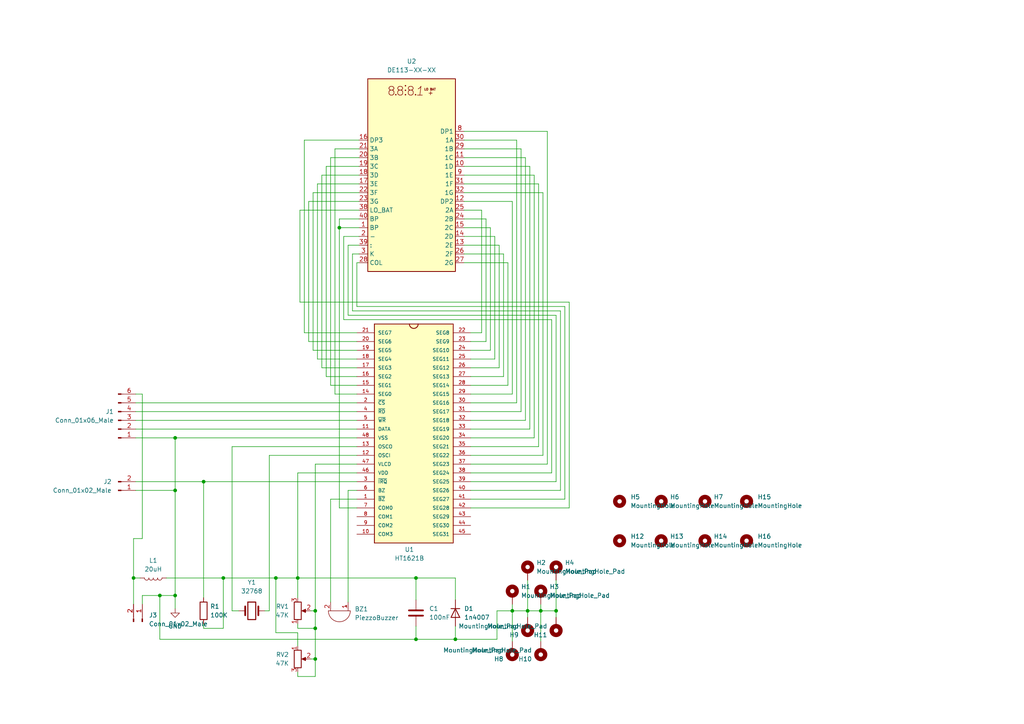
<source format=kicad_sch>
(kicad_sch (version 20211123) (generator eeschema)

  (uuid 753b163a-b634-40f5-b0e2-f2c2e940f330)

  (paper "A4")

  (lib_symbols
    (symbol "Connector:Conn_01x02_Male" (pin_names (offset 1.016) hide) (in_bom yes) (on_board yes)
      (property "Reference" "J" (id 0) (at 0 2.54 0)
        (effects (font (size 1.27 1.27)))
      )
      (property "Value" "Conn_01x02_Male" (id 1) (at 0 -5.08 0)
        (effects (font (size 1.27 1.27)))
      )
      (property "Footprint" "" (id 2) (at 0 0 0)
        (effects (font (size 1.27 1.27)) hide)
      )
      (property "Datasheet" "~" (id 3) (at 0 0 0)
        (effects (font (size 1.27 1.27)) hide)
      )
      (property "ki_keywords" "connector" (id 4) (at 0 0 0)
        (effects (font (size 1.27 1.27)) hide)
      )
      (property "ki_description" "Generic connector, single row, 01x02, script generated (kicad-library-utils/schlib/autogen/connector/)" (id 5) (at 0 0 0)
        (effects (font (size 1.27 1.27)) hide)
      )
      (property "ki_fp_filters" "Connector*:*_1x??_*" (id 6) (at 0 0 0)
        (effects (font (size 1.27 1.27)) hide)
      )
      (symbol "Conn_01x02_Male_1_1"
        (polyline
          (pts
            (xy 1.27 -2.54)
            (xy 0.8636 -2.54)
          )
          (stroke (width 0.1524) (type default) (color 0 0 0 0))
          (fill (type none))
        )
        (polyline
          (pts
            (xy 1.27 0)
            (xy 0.8636 0)
          )
          (stroke (width 0.1524) (type default) (color 0 0 0 0))
          (fill (type none))
        )
        (rectangle (start 0.8636 -2.413) (end 0 -2.667)
          (stroke (width 0.1524) (type default) (color 0 0 0 0))
          (fill (type outline))
        )
        (rectangle (start 0.8636 0.127) (end 0 -0.127)
          (stroke (width 0.1524) (type default) (color 0 0 0 0))
          (fill (type outline))
        )
        (pin passive line (at 5.08 0 180) (length 3.81)
          (name "Pin_1" (effects (font (size 1.27 1.27))))
          (number "1" (effects (font (size 1.27 1.27))))
        )
        (pin passive line (at 5.08 -2.54 180) (length 3.81)
          (name "Pin_2" (effects (font (size 1.27 1.27))))
          (number "2" (effects (font (size 1.27 1.27))))
        )
      )
    )
    (symbol "Connector:Conn_01x06_Male" (pin_names (offset 1.016) hide) (in_bom yes) (on_board yes)
      (property "Reference" "J" (id 0) (at 0 7.62 0)
        (effects (font (size 1.27 1.27)))
      )
      (property "Value" "Conn_01x06_Male" (id 1) (at 0 -10.16 0)
        (effects (font (size 1.27 1.27)))
      )
      (property "Footprint" "" (id 2) (at 0 0 0)
        (effects (font (size 1.27 1.27)) hide)
      )
      (property "Datasheet" "~" (id 3) (at 0 0 0)
        (effects (font (size 1.27 1.27)) hide)
      )
      (property "ki_keywords" "connector" (id 4) (at 0 0 0)
        (effects (font (size 1.27 1.27)) hide)
      )
      (property "ki_description" "Generic connector, single row, 01x06, script generated (kicad-library-utils/schlib/autogen/connector/)" (id 5) (at 0 0 0)
        (effects (font (size 1.27 1.27)) hide)
      )
      (property "ki_fp_filters" "Connector*:*_1x??_*" (id 6) (at 0 0 0)
        (effects (font (size 1.27 1.27)) hide)
      )
      (symbol "Conn_01x06_Male_1_1"
        (polyline
          (pts
            (xy 1.27 -7.62)
            (xy 0.8636 -7.62)
          )
          (stroke (width 0.1524) (type default) (color 0 0 0 0))
          (fill (type none))
        )
        (polyline
          (pts
            (xy 1.27 -5.08)
            (xy 0.8636 -5.08)
          )
          (stroke (width 0.1524) (type default) (color 0 0 0 0))
          (fill (type none))
        )
        (polyline
          (pts
            (xy 1.27 -2.54)
            (xy 0.8636 -2.54)
          )
          (stroke (width 0.1524) (type default) (color 0 0 0 0))
          (fill (type none))
        )
        (polyline
          (pts
            (xy 1.27 0)
            (xy 0.8636 0)
          )
          (stroke (width 0.1524) (type default) (color 0 0 0 0))
          (fill (type none))
        )
        (polyline
          (pts
            (xy 1.27 2.54)
            (xy 0.8636 2.54)
          )
          (stroke (width 0.1524) (type default) (color 0 0 0 0))
          (fill (type none))
        )
        (polyline
          (pts
            (xy 1.27 5.08)
            (xy 0.8636 5.08)
          )
          (stroke (width 0.1524) (type default) (color 0 0 0 0))
          (fill (type none))
        )
        (rectangle (start 0.8636 -7.493) (end 0 -7.747)
          (stroke (width 0.1524) (type default) (color 0 0 0 0))
          (fill (type outline))
        )
        (rectangle (start 0.8636 -4.953) (end 0 -5.207)
          (stroke (width 0.1524) (type default) (color 0 0 0 0))
          (fill (type outline))
        )
        (rectangle (start 0.8636 -2.413) (end 0 -2.667)
          (stroke (width 0.1524) (type default) (color 0 0 0 0))
          (fill (type outline))
        )
        (rectangle (start 0.8636 0.127) (end 0 -0.127)
          (stroke (width 0.1524) (type default) (color 0 0 0 0))
          (fill (type outline))
        )
        (rectangle (start 0.8636 2.667) (end 0 2.413)
          (stroke (width 0.1524) (type default) (color 0 0 0 0))
          (fill (type outline))
        )
        (rectangle (start 0.8636 5.207) (end 0 4.953)
          (stroke (width 0.1524) (type default) (color 0 0 0 0))
          (fill (type outline))
        )
        (pin passive line (at 5.08 5.08 180) (length 3.81)
          (name "Pin_1" (effects (font (size 1.27 1.27))))
          (number "1" (effects (font (size 1.27 1.27))))
        )
        (pin passive line (at 5.08 2.54 180) (length 3.81)
          (name "Pin_2" (effects (font (size 1.27 1.27))))
          (number "2" (effects (font (size 1.27 1.27))))
        )
        (pin passive line (at 5.08 0 180) (length 3.81)
          (name "Pin_3" (effects (font (size 1.27 1.27))))
          (number "3" (effects (font (size 1.27 1.27))))
        )
        (pin passive line (at 5.08 -2.54 180) (length 3.81)
          (name "Pin_4" (effects (font (size 1.27 1.27))))
          (number "4" (effects (font (size 1.27 1.27))))
        )
        (pin passive line (at 5.08 -5.08 180) (length 3.81)
          (name "Pin_5" (effects (font (size 1.27 1.27))))
          (number "5" (effects (font (size 1.27 1.27))))
        )
        (pin passive line (at 5.08 -7.62 180) (length 3.81)
          (name "Pin_6" (effects (font (size 1.27 1.27))))
          (number "6" (effects (font (size 1.27 1.27))))
        )
      )
    )
    (symbol "Device:Buzzer" (pin_names (offset 0.0254) hide) (in_bom yes) (on_board yes)
      (property "Reference" "BZ" (id 0) (at 3.81 1.27 0)
        (effects (font (size 1.27 1.27)) (justify left))
      )
      (property "Value" "Buzzer" (id 1) (at 3.81 -1.27 0)
        (effects (font (size 1.27 1.27)) (justify left))
      )
      (property "Footprint" "" (id 2) (at -0.635 2.54 90)
        (effects (font (size 1.27 1.27)) hide)
      )
      (property "Datasheet" "~" (id 3) (at -0.635 2.54 90)
        (effects (font (size 1.27 1.27)) hide)
      )
      (property "ki_keywords" "quartz resonator ceramic" (id 4) (at 0 0 0)
        (effects (font (size 1.27 1.27)) hide)
      )
      (property "ki_description" "Buzzer, polarized" (id 5) (at 0 0 0)
        (effects (font (size 1.27 1.27)) hide)
      )
      (property "ki_fp_filters" "*Buzzer*" (id 6) (at 0 0 0)
        (effects (font (size 1.27 1.27)) hide)
      )
      (symbol "Buzzer_0_1"
        (arc (start 0 -3.175) (mid 3.175 0) (end 0 3.175)
          (stroke (width 0) (type default) (color 0 0 0 0))
          (fill (type none))
        )
        (polyline
          (pts
            (xy -1.651 1.905)
            (xy -1.143 1.905)
          )
          (stroke (width 0) (type default) (color 0 0 0 0))
          (fill (type none))
        )
        (polyline
          (pts
            (xy -1.397 2.159)
            (xy -1.397 1.651)
          )
          (stroke (width 0) (type default) (color 0 0 0 0))
          (fill (type none))
        )
        (polyline
          (pts
            (xy 0 3.175)
            (xy 0 -3.175)
          )
          (stroke (width 0) (type default) (color 0 0 0 0))
          (fill (type none))
        )
      )
      (symbol "Buzzer_1_1"
        (pin passive line (at -2.54 2.54 0) (length 2.54)
          (name "-" (effects (font (size 1.27 1.27))))
          (number "1" (effects (font (size 1.27 1.27))))
        )
        (pin passive line (at -2.54 -2.54 0) (length 2.54)
          (name "+" (effects (font (size 1.27 1.27))))
          (number "2" (effects (font (size 1.27 1.27))))
        )
      )
    )
    (symbol "Device:C" (pin_numbers hide) (pin_names (offset 0.254)) (in_bom yes) (on_board yes)
      (property "Reference" "C" (id 0) (at 0.635 2.54 0)
        (effects (font (size 1.27 1.27)) (justify left))
      )
      (property "Value" "C" (id 1) (at 0.635 -2.54 0)
        (effects (font (size 1.27 1.27)) (justify left))
      )
      (property "Footprint" "" (id 2) (at 0.9652 -3.81 0)
        (effects (font (size 1.27 1.27)) hide)
      )
      (property "Datasheet" "~" (id 3) (at 0 0 0)
        (effects (font (size 1.27 1.27)) hide)
      )
      (property "ki_keywords" "cap capacitor" (id 4) (at 0 0 0)
        (effects (font (size 1.27 1.27)) hide)
      )
      (property "ki_description" "Unpolarized capacitor" (id 5) (at 0 0 0)
        (effects (font (size 1.27 1.27)) hide)
      )
      (property "ki_fp_filters" "C_*" (id 6) (at 0 0 0)
        (effects (font (size 1.27 1.27)) hide)
      )
      (symbol "C_0_1"
        (polyline
          (pts
            (xy -2.032 -0.762)
            (xy 2.032 -0.762)
          )
          (stroke (width 0.508) (type default) (color 0 0 0 0))
          (fill (type none))
        )
        (polyline
          (pts
            (xy -2.032 0.762)
            (xy 2.032 0.762)
          )
          (stroke (width 0.508) (type default) (color 0 0 0 0))
          (fill (type none))
        )
      )
      (symbol "C_1_1"
        (pin passive line (at 0 3.81 270) (length 2.794)
          (name "~" (effects (font (size 1.27 1.27))))
          (number "1" (effects (font (size 1.27 1.27))))
        )
        (pin passive line (at 0 -3.81 90) (length 2.794)
          (name "~" (effects (font (size 1.27 1.27))))
          (number "2" (effects (font (size 1.27 1.27))))
        )
      )
    )
    (symbol "Device:Crystal" (pin_numbers hide) (pin_names (offset 1.016) hide) (in_bom yes) (on_board yes)
      (property "Reference" "Y" (id 0) (at 0 3.81 0)
        (effects (font (size 1.27 1.27)))
      )
      (property "Value" "Crystal" (id 1) (at 0 -3.81 0)
        (effects (font (size 1.27 1.27)))
      )
      (property "Footprint" "" (id 2) (at 0 0 0)
        (effects (font (size 1.27 1.27)) hide)
      )
      (property "Datasheet" "~" (id 3) (at 0 0 0)
        (effects (font (size 1.27 1.27)) hide)
      )
      (property "ki_keywords" "quartz ceramic resonator oscillator" (id 4) (at 0 0 0)
        (effects (font (size 1.27 1.27)) hide)
      )
      (property "ki_description" "Two pin crystal" (id 5) (at 0 0 0)
        (effects (font (size 1.27 1.27)) hide)
      )
      (property "ki_fp_filters" "Crystal*" (id 6) (at 0 0 0)
        (effects (font (size 1.27 1.27)) hide)
      )
      (symbol "Crystal_0_1"
        (rectangle (start -1.143 2.54) (end 1.143 -2.54)
          (stroke (width 0.3048) (type default) (color 0 0 0 0))
          (fill (type none))
        )
        (polyline
          (pts
            (xy -2.54 0)
            (xy -1.905 0)
          )
          (stroke (width 0) (type default) (color 0 0 0 0))
          (fill (type none))
        )
        (polyline
          (pts
            (xy -1.905 -1.27)
            (xy -1.905 1.27)
          )
          (stroke (width 0.508) (type default) (color 0 0 0 0))
          (fill (type none))
        )
        (polyline
          (pts
            (xy 1.905 -1.27)
            (xy 1.905 1.27)
          )
          (stroke (width 0.508) (type default) (color 0 0 0 0))
          (fill (type none))
        )
        (polyline
          (pts
            (xy 2.54 0)
            (xy 1.905 0)
          )
          (stroke (width 0) (type default) (color 0 0 0 0))
          (fill (type none))
        )
      )
      (symbol "Crystal_1_1"
        (pin passive line (at -3.81 0 0) (length 1.27)
          (name "1" (effects (font (size 1.27 1.27))))
          (number "1" (effects (font (size 1.27 1.27))))
        )
        (pin passive line (at 3.81 0 180) (length 1.27)
          (name "2" (effects (font (size 1.27 1.27))))
          (number "2" (effects (font (size 1.27 1.27))))
        )
      )
    )
    (symbol "Device:D" (pin_numbers hide) (pin_names (offset 1.016) hide) (in_bom yes) (on_board yes)
      (property "Reference" "D" (id 0) (at 0 2.54 0)
        (effects (font (size 1.27 1.27)))
      )
      (property "Value" "D" (id 1) (at 0 -2.54 0)
        (effects (font (size 1.27 1.27)))
      )
      (property "Footprint" "" (id 2) (at 0 0 0)
        (effects (font (size 1.27 1.27)) hide)
      )
      (property "Datasheet" "~" (id 3) (at 0 0 0)
        (effects (font (size 1.27 1.27)) hide)
      )
      (property "ki_keywords" "diode" (id 4) (at 0 0 0)
        (effects (font (size 1.27 1.27)) hide)
      )
      (property "ki_description" "Diode" (id 5) (at 0 0 0)
        (effects (font (size 1.27 1.27)) hide)
      )
      (property "ki_fp_filters" "TO-???* *_Diode_* *SingleDiode* D_*" (id 6) (at 0 0 0)
        (effects (font (size 1.27 1.27)) hide)
      )
      (symbol "D_0_1"
        (polyline
          (pts
            (xy -1.27 1.27)
            (xy -1.27 -1.27)
          )
          (stroke (width 0.254) (type default) (color 0 0 0 0))
          (fill (type none))
        )
        (polyline
          (pts
            (xy 1.27 0)
            (xy -1.27 0)
          )
          (stroke (width 0) (type default) (color 0 0 0 0))
          (fill (type none))
        )
        (polyline
          (pts
            (xy 1.27 1.27)
            (xy 1.27 -1.27)
            (xy -1.27 0)
            (xy 1.27 1.27)
          )
          (stroke (width 0.254) (type default) (color 0 0 0 0))
          (fill (type none))
        )
      )
      (symbol "D_1_1"
        (pin passive line (at -3.81 0 0) (length 2.54)
          (name "K" (effects (font (size 1.27 1.27))))
          (number "1" (effects (font (size 1.27 1.27))))
        )
        (pin passive line (at 3.81 0 180) (length 2.54)
          (name "A" (effects (font (size 1.27 1.27))))
          (number "2" (effects (font (size 1.27 1.27))))
        )
      )
    )
    (symbol "Device:L" (pin_numbers hide) (pin_names (offset 1.016) hide) (in_bom yes) (on_board yes)
      (property "Reference" "L" (id 0) (at -1.27 0 90)
        (effects (font (size 1.27 1.27)))
      )
      (property "Value" "L" (id 1) (at 1.905 0 90)
        (effects (font (size 1.27 1.27)))
      )
      (property "Footprint" "" (id 2) (at 0 0 0)
        (effects (font (size 1.27 1.27)) hide)
      )
      (property "Datasheet" "~" (id 3) (at 0 0 0)
        (effects (font (size 1.27 1.27)) hide)
      )
      (property "ki_keywords" "inductor choke coil reactor magnetic" (id 4) (at 0 0 0)
        (effects (font (size 1.27 1.27)) hide)
      )
      (property "ki_description" "Inductor" (id 5) (at 0 0 0)
        (effects (font (size 1.27 1.27)) hide)
      )
      (property "ki_fp_filters" "Choke_* *Coil* Inductor_* L_*" (id 6) (at 0 0 0)
        (effects (font (size 1.27 1.27)) hide)
      )
      (symbol "L_0_1"
        (arc (start 0 -2.54) (mid 0.635 -1.905) (end 0 -1.27)
          (stroke (width 0) (type default) (color 0 0 0 0))
          (fill (type none))
        )
        (arc (start 0 -1.27) (mid 0.635 -0.635) (end 0 0)
          (stroke (width 0) (type default) (color 0 0 0 0))
          (fill (type none))
        )
        (arc (start 0 0) (mid 0.635 0.635) (end 0 1.27)
          (stroke (width 0) (type default) (color 0 0 0 0))
          (fill (type none))
        )
        (arc (start 0 1.27) (mid 0.635 1.905) (end 0 2.54)
          (stroke (width 0) (type default) (color 0 0 0 0))
          (fill (type none))
        )
      )
      (symbol "L_1_1"
        (pin passive line (at 0 3.81 270) (length 1.27)
          (name "1" (effects (font (size 1.27 1.27))))
          (number "1" (effects (font (size 1.27 1.27))))
        )
        (pin passive line (at 0 -3.81 90) (length 1.27)
          (name "2" (effects (font (size 1.27 1.27))))
          (number "2" (effects (font (size 1.27 1.27))))
        )
      )
    )
    (symbol "Device:R" (pin_numbers hide) (pin_names (offset 0)) (in_bom yes) (on_board yes)
      (property "Reference" "R" (id 0) (at 2.032 0 90)
        (effects (font (size 1.27 1.27)))
      )
      (property "Value" "R" (id 1) (at 0 0 90)
        (effects (font (size 1.27 1.27)))
      )
      (property "Footprint" "" (id 2) (at -1.778 0 90)
        (effects (font (size 1.27 1.27)) hide)
      )
      (property "Datasheet" "~" (id 3) (at 0 0 0)
        (effects (font (size 1.27 1.27)) hide)
      )
      (property "ki_keywords" "R res resistor" (id 4) (at 0 0 0)
        (effects (font (size 1.27 1.27)) hide)
      )
      (property "ki_description" "Resistor" (id 5) (at 0 0 0)
        (effects (font (size 1.27 1.27)) hide)
      )
      (property "ki_fp_filters" "R_*" (id 6) (at 0 0 0)
        (effects (font (size 1.27 1.27)) hide)
      )
      (symbol "R_0_1"
        (rectangle (start -1.016 -2.54) (end 1.016 2.54)
          (stroke (width 0.254) (type default) (color 0 0 0 0))
          (fill (type none))
        )
      )
      (symbol "R_1_1"
        (pin passive line (at 0 3.81 270) (length 1.27)
          (name "~" (effects (font (size 1.27 1.27))))
          (number "1" (effects (font (size 1.27 1.27))))
        )
        (pin passive line (at 0 -3.81 90) (length 1.27)
          (name "~" (effects (font (size 1.27 1.27))))
          (number "2" (effects (font (size 1.27 1.27))))
        )
      )
    )
    (symbol "Device:R_Potentiometer" (pin_names (offset 1.016) hide) (in_bom yes) (on_board yes)
      (property "Reference" "RV" (id 0) (at -4.445 0 90)
        (effects (font (size 1.27 1.27)))
      )
      (property "Value" "R_Potentiometer" (id 1) (at -2.54 0 90)
        (effects (font (size 1.27 1.27)))
      )
      (property "Footprint" "" (id 2) (at 0 0 0)
        (effects (font (size 1.27 1.27)) hide)
      )
      (property "Datasheet" "~" (id 3) (at 0 0 0)
        (effects (font (size 1.27 1.27)) hide)
      )
      (property "ki_keywords" "resistor variable" (id 4) (at 0 0 0)
        (effects (font (size 1.27 1.27)) hide)
      )
      (property "ki_description" "Potentiometer" (id 5) (at 0 0 0)
        (effects (font (size 1.27 1.27)) hide)
      )
      (property "ki_fp_filters" "Potentiometer*" (id 6) (at 0 0 0)
        (effects (font (size 1.27 1.27)) hide)
      )
      (symbol "R_Potentiometer_0_1"
        (polyline
          (pts
            (xy 2.54 0)
            (xy 1.524 0)
          )
          (stroke (width 0) (type default) (color 0 0 0 0))
          (fill (type none))
        )
        (polyline
          (pts
            (xy 1.143 0)
            (xy 2.286 0.508)
            (xy 2.286 -0.508)
            (xy 1.143 0)
          )
          (stroke (width 0) (type default) (color 0 0 0 0))
          (fill (type outline))
        )
        (rectangle (start 1.016 2.54) (end -1.016 -2.54)
          (stroke (width 0.254) (type default) (color 0 0 0 0))
          (fill (type none))
        )
      )
      (symbol "R_Potentiometer_1_1"
        (pin passive line (at 0 3.81 270) (length 1.27)
          (name "1" (effects (font (size 1.27 1.27))))
          (number "1" (effects (font (size 1.27 1.27))))
        )
        (pin passive line (at 3.81 0 180) (length 1.27)
          (name "2" (effects (font (size 1.27 1.27))))
          (number "2" (effects (font (size 1.27 1.27))))
        )
        (pin passive line (at 0 -3.81 90) (length 1.27)
          (name "3" (effects (font (size 1.27 1.27))))
          (number "3" (effects (font (size 1.27 1.27))))
        )
      )
    )
    (symbol "Display_Character:DE113-XX-XX" (in_bom yes) (on_board yes)
      (property "Reference" "U" (id 0) (at -11.43 29.21 0)
        (effects (font (size 1.27 1.27)))
      )
      (property "Value" "DE113-XX-XX" (id 1) (at -11.938 -30.226 0)
        (effects (font (size 1.27 1.27)) (justify left))
      )
      (property "Footprint" "Display_7Segment:DE113-XX-XX" (id 2) (at 0 -33.02 0)
        (effects (font (size 1.27 1.27)) hide)
      )
      (property "Datasheet" "http://www.display-elektronik.de/filter/DE113-MS-20_75.pdf" (id 3) (at -5.08 5.08 0)
        (effects (font (size 1.27 1.27)) hide)
      )
      (property "ki_keywords" "display LCD 7-segment" (id 4) (at 0 0 0)
        (effects (font (size 1.27 1.27)) hide)
      )
      (property "ki_description" "3 and half digit 7 segment transmissive standard LCD with LO BAT, pin length 7.5mm, -20°C to +70°C, 3V-5V VDD" (id 5) (at 0 0 0)
        (effects (font (size 1.27 1.27)) hide)
      )
      (property "ki_fp_filters" "*DE*113*" (id 6) (at 0 0 0)
        (effects (font (size 1.27 1.27)) hide)
      )
      (symbol "DE113-XX-XX_0_0"
        (text "+" (at -5.461 23.876 0)
          (effects (font (size 1.27 1.27) italic))
        )
        (text "." (at -1.143 24.384 0)
          (effects (font (size 2.54 2.54)))
        )
        (text "." (at 1.778 24.384 0)
          (effects (font (size 2.54 2.54)))
        )
        (text "." (at 4.572 24.384 0)
          (effects (font (size 2.54 2.54)))
        )
        (text "1" (at -2.413 24.384 0)
          (effects (font (size 2.54 2.54) italic))
        )
        (text "8" (at 0.254 24.384 0)
          (effects (font (size 2.54 2.54)))
        )
        (text "8" (at 3.302 24.384 0)
          (effects (font (size 2.54 2.54)))
        )
        (text "8" (at 5.842 24.384 0)
          (effects (font (size 2.54 2.54)))
        )
        (text ":" (at 1.778 25.654 0)
          (effects (font (size 2.54 2.54)))
        )
        (text "LO BAT" (at -5.334 24.892 0)
          (effects (font (size 0.635 0.635)))
        )
      )
      (symbol "DE113-XX-XX_0_1"
        (rectangle (start -12.7 27.94) (end 12.7 -27.94)
          (stroke (width 0.254) (type default) (color 0 0 0 0))
          (fill (type background))
        )
      )
      (symbol "DE113-XX-XX_1_1"
        (pin input line (at 15.24 -15.24 180) (length 2.54)
          (name "BP" (effects (font (size 1.27 1.27))))
          (number "1" (effects (font (size 1.27 1.27))))
        )
        (pin input line (at -15.24 2.54 0) (length 2.54)
          (name "1D" (effects (font (size 1.27 1.27))))
          (number "10" (effects (font (size 1.27 1.27))))
        )
        (pin input line (at -15.24 5.08 0) (length 2.54)
          (name "1C" (effects (font (size 1.27 1.27))))
          (number "11" (effects (font (size 1.27 1.27))))
        )
        (pin input line (at -15.24 -7.62 0) (length 2.54)
          (name "DP2" (effects (font (size 1.27 1.27))))
          (number "12" (effects (font (size 1.27 1.27))))
        )
        (pin input line (at -15.24 -20.32 0) (length 2.54)
          (name "2E" (effects (font (size 1.27 1.27))))
          (number "13" (effects (font (size 1.27 1.27))))
        )
        (pin input line (at -15.24 -17.78 0) (length 2.54)
          (name "2D" (effects (font (size 1.27 1.27))))
          (number "14" (effects (font (size 1.27 1.27))))
        )
        (pin input line (at -15.24 -15.24 0) (length 2.54)
          (name "2C" (effects (font (size 1.27 1.27))))
          (number "15" (effects (font (size 1.27 1.27))))
        )
        (pin input line (at 15.24 10.16 180) (length 2.54)
          (name "DP3" (effects (font (size 1.27 1.27))))
          (number "16" (effects (font (size 1.27 1.27))))
        )
        (pin input line (at 15.24 -2.54 180) (length 2.54)
          (name "3E" (effects (font (size 1.27 1.27))))
          (number "17" (effects (font (size 1.27 1.27))))
        )
        (pin input line (at 15.24 0 180) (length 2.54)
          (name "3D" (effects (font (size 1.27 1.27))))
          (number "18" (effects (font (size 1.27 1.27))))
        )
        (pin input line (at 15.24 2.54 180) (length 2.54)
          (name "3C" (effects (font (size 1.27 1.27))))
          (number "19" (effects (font (size 1.27 1.27))))
        )
        (pin input line (at 15.24 -17.78 180) (length 2.54)
          (name "-" (effects (font (size 1.27 1.27))))
          (number "2" (effects (font (size 1.27 1.27))))
        )
        (pin input line (at 15.24 5.08 180) (length 2.54)
          (name "3B" (effects (font (size 1.27 1.27))))
          (number "20" (effects (font (size 1.27 1.27))))
        )
        (pin input line (at 15.24 7.62 180) (length 2.54)
          (name "3A" (effects (font (size 1.27 1.27))))
          (number "21" (effects (font (size 1.27 1.27))))
        )
        (pin input line (at 15.24 -5.08 180) (length 2.54)
          (name "3F" (effects (font (size 1.27 1.27))))
          (number "22" (effects (font (size 1.27 1.27))))
        )
        (pin input line (at 15.24 -7.62 180) (length 2.54)
          (name "3G" (effects (font (size 1.27 1.27))))
          (number "23" (effects (font (size 1.27 1.27))))
        )
        (pin input line (at -15.24 -12.7 0) (length 2.54)
          (name "2B" (effects (font (size 1.27 1.27))))
          (number "24" (effects (font (size 1.27 1.27))))
        )
        (pin input line (at -15.24 -10.16 0) (length 2.54)
          (name "2A" (effects (font (size 1.27 1.27))))
          (number "25" (effects (font (size 1.27 1.27))))
        )
        (pin input line (at -15.24 -22.86 0) (length 2.54)
          (name "2F" (effects (font (size 1.27 1.27))))
          (number "26" (effects (font (size 1.27 1.27))))
        )
        (pin input line (at -15.24 -25.4 0) (length 2.54)
          (name "2G" (effects (font (size 1.27 1.27))))
          (number "27" (effects (font (size 1.27 1.27))))
        )
        (pin input line (at 15.24 -25.4 180) (length 2.54)
          (name "COL" (effects (font (size 1.27 1.27))))
          (number "28" (effects (font (size 1.27 1.27))))
        )
        (pin input line (at -15.24 7.62 0) (length 2.54)
          (name "1B" (effects (font (size 1.27 1.27))))
          (number "29" (effects (font (size 1.27 1.27))))
        )
        (pin input line (at 15.24 -22.86 180) (length 2.54)
          (name "K" (effects (font (size 1.27 1.27))))
          (number "3" (effects (font (size 1.27 1.27))))
        )
        (pin input line (at -15.24 10.16 0) (length 2.54)
          (name "1A" (effects (font (size 1.27 1.27))))
          (number "30" (effects (font (size 1.27 1.27))))
        )
        (pin input line (at -15.24 -2.54 0) (length 2.54)
          (name "1F" (effects (font (size 1.27 1.27))))
          (number "31" (effects (font (size 1.27 1.27))))
        )
        (pin input line (at -15.24 -5.08 0) (length 2.54)
          (name "1G" (effects (font (size 1.27 1.27))))
          (number "32" (effects (font (size 1.27 1.27))))
        )
        (pin no_connect line (at 15.24 12.7 180) (length 2.54) hide
          (name "NC" (effects (font (size 1.27 1.27))))
          (number "33" (effects (font (size 1.27 1.27))))
        )
        (pin no_connect line (at 15.24 15.24 180) (length 2.54) hide
          (name "NC" (effects (font (size 1.27 1.27))))
          (number "34" (effects (font (size 1.27 1.27))))
        )
        (pin no_connect line (at 15.24 17.78 180) (length 2.54) hide
          (name "NC" (effects (font (size 1.27 1.27))))
          (number "35" (effects (font (size 1.27 1.27))))
        )
        (pin no_connect line (at 15.24 20.32 180) (length 2.54) hide
          (name "NC" (effects (font (size 1.27 1.27))))
          (number "36" (effects (font (size 1.27 1.27))))
        )
        (pin no_connect line (at 15.24 22.86 180) (length 2.54) hide
          (name "NC" (effects (font (size 1.27 1.27))))
          (number "37" (effects (font (size 1.27 1.27))))
        )
        (pin input line (at 15.24 -10.16 180) (length 2.54)
          (name "LO_BAT" (effects (font (size 1.27 1.27))))
          (number "38" (effects (font (size 1.27 1.27))))
        )
        (pin input line (at 15.24 -20.32 180) (length 2.54)
          (name ":" (effects (font (size 1.27 1.27))))
          (number "39" (effects (font (size 1.27 1.27))))
        )
        (pin no_connect line (at -15.24 22.86 0) (length 2.54) hide
          (name "NC" (effects (font (size 1.27 1.27))))
          (number "4" (effects (font (size 1.27 1.27))))
        )
        (pin input line (at 15.24 -12.7 180) (length 2.54)
          (name "BP" (effects (font (size 1.27 1.27))))
          (number "40" (effects (font (size 1.27 1.27))))
        )
        (pin no_connect line (at -15.24 20.32 0) (length 2.54) hide
          (name "NC" (effects (font (size 1.27 1.27))))
          (number "5" (effects (font (size 1.27 1.27))))
        )
        (pin no_connect line (at -15.24 17.78 0) (length 2.54) hide
          (name "NC" (effects (font (size 1.27 1.27))))
          (number "6" (effects (font (size 1.27 1.27))))
        )
        (pin no_connect line (at -15.24 15.24 0) (length 2.54) hide
          (name "NC" (effects (font (size 1.27 1.27))))
          (number "7" (effects (font (size 1.27 1.27))))
        )
        (pin input line (at -15.24 12.7 0) (length 2.54)
          (name "DP1" (effects (font (size 1.27 1.27))))
          (number "8" (effects (font (size 1.27 1.27))))
        )
        (pin input line (at -15.24 0 0) (length 2.54)
          (name "1E" (effects (font (size 1.27 1.27))))
          (number "9" (effects (font (size 1.27 1.27))))
        )
      )
    )
    (symbol "Driver_LED:HT1621B" (pin_names (offset 1.016)) (in_bom yes) (on_board yes)
      (property "Reference" "U" (id 0) (at -10.16 30.48 0)
        (effects (font (size 1.27 1.27)) (justify left bottom))
      )
      (property "Value" "HT1621B" (id 1) (at -10.16 -35.56 0)
        (effects (font (size 1.27 1.27)) (justify left bottom))
      )
      (property "Footprint" "TSOP12X16" (id 2) (at 0 0 0)
        (effects (font (size 1.27 1.27)) (justify left bottom) hide)
      )
      (property "Datasheet" "$library\\HT1621b-Datasheet.pdf" (id 3) (at 0 0 0)
        (effects (font (size 1.27 1.27)) (justify left bottom) hide)
      )
      (property "ki_keywords" "LCD Driver" (id 4) (at 0 0 0)
        (effects (font (size 1.27 1.27)) hide)
      )
      (property "ki_description" "DRIVER, RAM MAPPING LCD CONTROLLER" (id 5) (at 0 0 0)
        (effects (font (size 1.27 1.27)) hide)
      )
      (symbol "HT1621B_0_0"
        (rectangle (start -10.16 -33.02) (end 12.7 30.48)
          (stroke (width 0.254) (type default) (color 0 0 0 0))
          (fill (type background))
        )
        (arc (start 0 30.48) (mid 1.27 29.21) (end 2.54 30.48)
          (stroke (width 0.254) (type default) (color 0 0 0 0))
          (fill (type none))
        )
        (pin bidirectional line (at -15.24 -20.32 0) (length 5.08)
          (name "~{BZ}" (effects (font (size 1.016 1.016))))
          (number "1" (effects (font (size 1.016 1.016))))
        )
        (pin bidirectional line (at -15.24 -30.48 0) (length 5.08)
          (name "COM3" (effects (font (size 1.016 1.016))))
          (number "10" (effects (font (size 1.016 1.016))))
        )
        (pin bidirectional line (at -15.24 0 0) (length 5.08)
          (name "DATA" (effects (font (size 1.016 1.016))))
          (number "11" (effects (font (size 1.016 1.016))))
        )
        (pin bidirectional line (at -15.24 -7.62 0) (length 5.08)
          (name "OSCI" (effects (font (size 1.016 1.016))))
          (number "12" (effects (font (size 1.016 1.016))))
        )
        (pin bidirectional line (at -15.24 -5.08 0) (length 5.08)
          (name "OSCO" (effects (font (size 1.016 1.016))))
          (number "13" (effects (font (size 1.016 1.016))))
        )
        (pin bidirectional line (at -15.24 10.16 0) (length 5.08)
          (name "SEG0" (effects (font (size 1.016 1.016))))
          (number "14" (effects (font (size 1.016 1.016))))
        )
        (pin bidirectional line (at -15.24 12.7 0) (length 5.08)
          (name "SEG1" (effects (font (size 1.016 1.016))))
          (number "15" (effects (font (size 1.016 1.016))))
        )
        (pin bidirectional line (at -15.24 15.24 0) (length 5.08)
          (name "SEG2" (effects (font (size 1.016 1.016))))
          (number "16" (effects (font (size 1.016 1.016))))
        )
        (pin bidirectional line (at -15.24 17.78 0) (length 5.08)
          (name "SEG3" (effects (font (size 1.016 1.016))))
          (number "17" (effects (font (size 1.016 1.016))))
        )
        (pin bidirectional line (at -15.24 20.32 0) (length 5.08)
          (name "SEG4" (effects (font (size 1.016 1.016))))
          (number "18" (effects (font (size 1.016 1.016))))
        )
        (pin bidirectional line (at -15.24 22.86 0) (length 5.08)
          (name "SEG5" (effects (font (size 1.016 1.016))))
          (number "19" (effects (font (size 1.016 1.016))))
        )
        (pin bidirectional line (at -15.24 7.62 0) (length 5.08)
          (name "~{CS}" (effects (font (size 1.016 1.016))))
          (number "2" (effects (font (size 1.016 1.016))))
        )
        (pin bidirectional line (at -15.24 25.4 0) (length 5.08)
          (name "SEG6" (effects (font (size 1.016 1.016))))
          (number "20" (effects (font (size 1.016 1.016))))
        )
        (pin bidirectional line (at -15.24 27.94 0) (length 5.08)
          (name "SEG7" (effects (font (size 1.016 1.016))))
          (number "21" (effects (font (size 1.016 1.016))))
        )
        (pin bidirectional line (at 17.78 27.94 180) (length 5.08)
          (name "SEG8" (effects (font (size 1.016 1.016))))
          (number "22" (effects (font (size 1.016 1.016))))
        )
        (pin bidirectional line (at 17.78 25.4 180) (length 5.08)
          (name "SEG9" (effects (font (size 1.016 1.016))))
          (number "23" (effects (font (size 1.016 1.016))))
        )
        (pin bidirectional line (at 17.78 22.86 180) (length 5.08)
          (name "SEG10" (effects (font (size 1.016 1.016))))
          (number "24" (effects (font (size 1.016 1.016))))
        )
        (pin bidirectional line (at 17.78 20.32 180) (length 5.08)
          (name "SEG11" (effects (font (size 1.016 1.016))))
          (number "25" (effects (font (size 1.016 1.016))))
        )
        (pin bidirectional line (at 17.78 17.78 180) (length 5.08)
          (name "SEG12" (effects (font (size 1.016 1.016))))
          (number "26" (effects (font (size 1.016 1.016))))
        )
        (pin bidirectional line (at 17.78 15.24 180) (length 5.08)
          (name "SEG13" (effects (font (size 1.016 1.016))))
          (number "27" (effects (font (size 1.016 1.016))))
        )
        (pin bidirectional line (at 17.78 12.7 180) (length 5.08)
          (name "SEG14" (effects (font (size 1.016 1.016))))
          (number "28" (effects (font (size 1.016 1.016))))
        )
        (pin bidirectional line (at 17.78 10.16 180) (length 5.08)
          (name "SEG15" (effects (font (size 1.016 1.016))))
          (number "29" (effects (font (size 1.016 1.016))))
        )
        (pin bidirectional line (at -15.24 -15.24 0) (length 5.08)
          (name "~{IRQ}" (effects (font (size 1.016 1.016))))
          (number "3" (effects (font (size 1.016 1.016))))
        )
        (pin bidirectional line (at 17.78 7.62 180) (length 5.08)
          (name "SEG16" (effects (font (size 1.016 1.016))))
          (number "30" (effects (font (size 1.016 1.016))))
        )
        (pin bidirectional line (at 17.78 5.08 180) (length 5.08)
          (name "SEG17" (effects (font (size 1.016 1.016))))
          (number "31" (effects (font (size 1.016 1.016))))
        )
        (pin bidirectional line (at 17.78 2.54 180) (length 5.08)
          (name "SEG18" (effects (font (size 1.016 1.016))))
          (number "32" (effects (font (size 1.016 1.016))))
        )
        (pin bidirectional line (at 17.78 0 180) (length 5.08)
          (name "SEG19" (effects (font (size 1.016 1.016))))
          (number "33" (effects (font (size 1.016 1.016))))
        )
        (pin bidirectional line (at 17.78 -2.54 180) (length 5.08)
          (name "SEG20" (effects (font (size 1.016 1.016))))
          (number "34" (effects (font (size 1.016 1.016))))
        )
        (pin bidirectional line (at 17.78 -5.08 180) (length 5.08)
          (name "SEG21" (effects (font (size 1.016 1.016))))
          (number "35" (effects (font (size 1.016 1.016))))
        )
        (pin bidirectional line (at 17.78 -7.62 180) (length 5.08)
          (name "SEG22" (effects (font (size 1.016 1.016))))
          (number "36" (effects (font (size 1.016 1.016))))
        )
        (pin bidirectional line (at 17.78 -10.16 180) (length 5.08)
          (name "SEG23" (effects (font (size 1.016 1.016))))
          (number "37" (effects (font (size 1.016 1.016))))
        )
        (pin bidirectional line (at 17.78 -12.7 180) (length 5.08)
          (name "SEG24" (effects (font (size 1.016 1.016))))
          (number "38" (effects (font (size 1.016 1.016))))
        )
        (pin bidirectional line (at 17.78 -15.24 180) (length 5.08)
          (name "SEG25" (effects (font (size 1.016 1.016))))
          (number "39" (effects (font (size 1.016 1.016))))
        )
        (pin bidirectional line (at -15.24 5.08 0) (length 5.08)
          (name "~{RD}" (effects (font (size 1.016 1.016))))
          (number "4" (effects (font (size 1.016 1.016))))
        )
        (pin bidirectional line (at 17.78 -17.78 180) (length 5.08)
          (name "SEG26" (effects (font (size 1.016 1.016))))
          (number "40" (effects (font (size 1.016 1.016))))
        )
        (pin bidirectional line (at 17.78 -20.32 180) (length 5.08)
          (name "SEG27" (effects (font (size 1.016 1.016))))
          (number "41" (effects (font (size 1.016 1.016))))
        )
        (pin bidirectional line (at 17.78 -22.86 180) (length 5.08)
          (name "SEG28" (effects (font (size 1.016 1.016))))
          (number "42" (effects (font (size 1.016 1.016))))
        )
        (pin bidirectional line (at 17.78 -25.4 180) (length 5.08)
          (name "SEG29" (effects (font (size 1.016 1.016))))
          (number "43" (effects (font (size 1.016 1.016))))
        )
        (pin bidirectional line (at 17.78 -27.94 180) (length 5.08)
          (name "SEG30" (effects (font (size 1.016 1.016))))
          (number "44" (effects (font (size 1.016 1.016))))
        )
        (pin bidirectional line (at 17.78 -30.48 180) (length 5.08)
          (name "SEG31" (effects (font (size 1.016 1.016))))
          (number "45" (effects (font (size 1.016 1.016))))
        )
        (pin bidirectional line (at -15.24 -12.7 0) (length 5.08)
          (name "VDD" (effects (font (size 1.016 1.016))))
          (number "46" (effects (font (size 1.016 1.016))))
        )
        (pin bidirectional line (at -15.24 -10.16 0) (length 5.08)
          (name "VLCD" (effects (font (size 1.016 1.016))))
          (number "47" (effects (font (size 1.016 1.016))))
        )
        (pin bidirectional line (at -15.24 -2.54 0) (length 5.08)
          (name "VSS" (effects (font (size 1.016 1.016))))
          (number "48" (effects (font (size 1.016 1.016))))
        )
        (pin bidirectional line (at -15.24 2.54 0) (length 5.08)
          (name "~{WR}" (effects (font (size 1.016 1.016))))
          (number "5" (effects (font (size 1.016 1.016))))
        )
        (pin bidirectional line (at -15.24 -17.78 0) (length 5.08)
          (name "BZ" (effects (font (size 1.016 1.016))))
          (number "6" (effects (font (size 1.016 1.016))))
        )
        (pin bidirectional line (at -15.24 -22.86 0) (length 5.08)
          (name "COM0" (effects (font (size 1.016 1.016))))
          (number "7" (effects (font (size 1.016 1.016))))
        )
        (pin bidirectional line (at -15.24 -25.4 0) (length 5.08)
          (name "COM1" (effects (font (size 1.016 1.016))))
          (number "8" (effects (font (size 1.016 1.016))))
        )
        (pin bidirectional line (at -15.24 -27.94 0) (length 5.08)
          (name "COM2" (effects (font (size 1.016 1.016))))
          (number "9" (effects (font (size 1.016 1.016))))
        )
      )
    )
    (symbol "Mechanical:MountingHole" (pin_names (offset 1.016)) (in_bom yes) (on_board yes)
      (property "Reference" "H" (id 0) (at 0 5.08 0)
        (effects (font (size 1.27 1.27)))
      )
      (property "Value" "MountingHole" (id 1) (at 0 3.175 0)
        (effects (font (size 1.27 1.27)))
      )
      (property "Footprint" "" (id 2) (at 0 0 0)
        (effects (font (size 1.27 1.27)) hide)
      )
      (property "Datasheet" "~" (id 3) (at 0 0 0)
        (effects (font (size 1.27 1.27)) hide)
      )
      (property "ki_keywords" "mounting hole" (id 4) (at 0 0 0)
        (effects (font (size 1.27 1.27)) hide)
      )
      (property "ki_description" "Mounting Hole without connection" (id 5) (at 0 0 0)
        (effects (font (size 1.27 1.27)) hide)
      )
      (property "ki_fp_filters" "MountingHole*" (id 6) (at 0 0 0)
        (effects (font (size 1.27 1.27)) hide)
      )
      (symbol "MountingHole_0_1"
        (circle (center 0 0) (radius 1.27)
          (stroke (width 1.27) (type default) (color 0 0 0 0))
          (fill (type none))
        )
      )
    )
    (symbol "Mechanical:MountingHole_Pad" (pin_numbers hide) (pin_names (offset 1.016) hide) (in_bom yes) (on_board yes)
      (property "Reference" "H" (id 0) (at 0 6.35 0)
        (effects (font (size 1.27 1.27)))
      )
      (property "Value" "MountingHole_Pad" (id 1) (at 0 4.445 0)
        (effects (font (size 1.27 1.27)))
      )
      (property "Footprint" "" (id 2) (at 0 0 0)
        (effects (font (size 1.27 1.27)) hide)
      )
      (property "Datasheet" "~" (id 3) (at 0 0 0)
        (effects (font (size 1.27 1.27)) hide)
      )
      (property "ki_keywords" "mounting hole" (id 4) (at 0 0 0)
        (effects (font (size 1.27 1.27)) hide)
      )
      (property "ki_description" "Mounting Hole with connection" (id 5) (at 0 0 0)
        (effects (font (size 1.27 1.27)) hide)
      )
      (property "ki_fp_filters" "MountingHole*Pad*" (id 6) (at 0 0 0)
        (effects (font (size 1.27 1.27)) hide)
      )
      (symbol "MountingHole_Pad_0_1"
        (circle (center 0 1.27) (radius 1.27)
          (stroke (width 1.27) (type default) (color 0 0 0 0))
          (fill (type none))
        )
      )
      (symbol "MountingHole_Pad_1_1"
        (pin input line (at 0 -2.54 90) (length 2.54)
          (name "1" (effects (font (size 1.27 1.27))))
          (number "1" (effects (font (size 1.27 1.27))))
        )
      )
    )
    (symbol "power:GND" (power) (pin_names (offset 0)) (in_bom yes) (on_board yes)
      (property "Reference" "#PWR" (id 0) (at 0 -6.35 0)
        (effects (font (size 1.27 1.27)) hide)
      )
      (property "Value" "GND" (id 1) (at 0 -3.81 0)
        (effects (font (size 1.27 1.27)))
      )
      (property "Footprint" "" (id 2) (at 0 0 0)
        (effects (font (size 1.27 1.27)) hide)
      )
      (property "Datasheet" "" (id 3) (at 0 0 0)
        (effects (font (size 1.27 1.27)) hide)
      )
      (property "ki_keywords" "power-flag" (id 4) (at 0 0 0)
        (effects (font (size 1.27 1.27)) hide)
      )
      (property "ki_description" "Power symbol creates a global label with name \"GND\" , ground" (id 5) (at 0 0 0)
        (effects (font (size 1.27 1.27)) hide)
      )
      (symbol "GND_0_1"
        (polyline
          (pts
            (xy 0 0)
            (xy 0 -1.27)
            (xy 1.27 -1.27)
            (xy 0 -2.54)
            (xy -1.27 -1.27)
            (xy 0 -1.27)
          )
          (stroke (width 0) (type default) (color 0 0 0 0))
          (fill (type none))
        )
      )
      (symbol "GND_1_1"
        (pin power_in line (at 0 0 270) (length 0) hide
          (name "GND" (effects (font (size 1.27 1.27))))
          (number "1" (effects (font (size 1.27 1.27))))
        )
      )
    )
  )

  (junction (at 86.36 167.64) (diameter 0) (color 0 0 0 0)
    (uuid 174efadb-ce50-43b0-862e-f8b876031291)
  )
  (junction (at 156.845 177.165) (diameter 0) (color 0 0 0 0)
    (uuid 2f56b504-08a5-460c-ba2c-fa221dc12496)
  )
  (junction (at 38.735 167.64) (diameter 0) (color 0 0 0 0)
    (uuid 35d6523c-52f1-49a5-a139-8774cbfd4d69)
  )
  (junction (at 98.425 66.04) (diameter 0) (color 0 0 0 0)
    (uuid 3d5b5ee1-3615-4278-913f-e554a72760c1)
  )
  (junction (at 132.08 185.42) (diameter 0) (color 0 0 0 0)
    (uuid 492a57cf-e363-49b2-8ab6-a6b7cbae3594)
  )
  (junction (at 148.59 177.165) (diameter 0) (color 0 0 0 0)
    (uuid 4ecf8e28-4a5c-446b-9353-f9a209e4060a)
  )
  (junction (at 50.8 127) (diameter 0) (color 0 0 0 0)
    (uuid 57e9084c-4401-462c-82a6-26a79336e149)
  )
  (junction (at 46.355 172.72) (diameter 0) (color 0 0 0 0)
    (uuid 7b372ad1-d532-4d4a-b24b-526c4d0097c5)
  )
  (junction (at 59.055 139.7) (diameter 0) (color 0 0 0 0)
    (uuid 8ddba345-aa93-4450-b62d-fe1298aeef24)
  )
  (junction (at 120.65 185.42) (diameter 0) (color 0 0 0 0)
    (uuid 9201623d-09fc-410c-8c0b-5b03a1b3a1b6)
  )
  (junction (at 50.8 142.24) (diameter 0) (color 0 0 0 0)
    (uuid 94380738-400e-46af-a503-30db9cb90bfa)
  )
  (junction (at 153.035 177.165) (diameter 0) (color 0 0 0 0)
    (uuid afae38a9-e0a5-4b28-814f-6e61b147915b)
  )
  (junction (at 91.44 191.135) (diameter 0) (color 0 0 0 0)
    (uuid b8b6f3f5-9a5f-4e71-a566-dd89fb1696e8)
  )
  (junction (at 161.29 177.165) (diameter 0) (color 0 0 0 0)
    (uuid b99087de-19f5-4141-a4c4-7b1b7d2e1cc4)
  )
  (junction (at 64.77 167.64) (diameter 0) (color 0 0 0 0)
    (uuid cddc6d3d-2304-40e2-a931-90c619fe900a)
  )
  (junction (at 120.65 167.64) (diameter 0) (color 0 0 0 0)
    (uuid d12865b8-2e4a-46ef-a95d-f46b8c307ebd)
  )
  (junction (at 91.44 182.245) (diameter 0) (color 0 0 0 0)
    (uuid d41bc4d8-f264-42b2-bcd9-31505e29bce3)
  )
  (junction (at 91.44 177.165) (diameter 0) (color 0 0 0 0)
    (uuid ea5ac617-583a-4202-b85c-fae114b7b94b)
  )
  (junction (at 50.8 172.72) (diameter 0) (color 0 0 0 0)
    (uuid fa9f5dec-91a4-47b4-99bb-2ff9e25a214f)
  )
  (junction (at 80.01 167.64) (diameter 0) (color 0 0 0 0)
    (uuid fbf60082-93ca-4b06-97cd-8552203b8400)
  )

  (wire (pts (xy 134.62 63.5) (xy 140.97 63.5))
    (stroke (width 0) (type default) (color 0 0 0 0))
    (uuid 0056cbd8-0dc5-4bb5-9c2d-50c7b3aa2a17)
  )
  (wire (pts (xy 158.75 134.62) (xy 158.75 38.1))
    (stroke (width 0) (type default) (color 0 0 0 0))
    (uuid 010466a7-7ba0-4896-bdf9-4b0bb79906de)
  )
  (wire (pts (xy 139.7 96.52) (xy 139.7 60.96))
    (stroke (width 0) (type default) (color 0 0 0 0))
    (uuid 02312655-9132-4bac-96cc-7fbeece65f40)
  )
  (wire (pts (xy 143.51 104.14) (xy 136.525 104.14))
    (stroke (width 0) (type default) (color 0 0 0 0))
    (uuid 0627b433-f10f-4865-9331-3e218fee172a)
  )
  (wire (pts (xy 104.14 40.64) (xy 88.265 40.64))
    (stroke (width 0) (type default) (color 0 0 0 0))
    (uuid 06ecbb73-f2c6-443a-8c13-715e86b28d93)
  )
  (wire (pts (xy 161.29 139.7) (xy 136.525 139.7))
    (stroke (width 0) (type default) (color 0 0 0 0))
    (uuid 093e13ba-02b6-4424-8f9a-4eaa4797923d)
  )
  (wire (pts (xy 86.995 60.96) (xy 86.995 87.63))
    (stroke (width 0) (type default) (color 0 0 0 0))
    (uuid 0c3817fa-863d-45d1-bfcd-248e86b736d7)
  )
  (wire (pts (xy 140.97 99.06) (xy 136.525 99.06))
    (stroke (width 0) (type default) (color 0 0 0 0))
    (uuid 0cb43f8d-395f-4c93-8e1b-af8af075fa99)
  )
  (wire (pts (xy 64.77 182.245) (xy 64.77 167.64))
    (stroke (width 0) (type default) (color 0 0 0 0))
    (uuid 0f0d198b-4266-4928-807d-e4da05929ecd)
  )
  (wire (pts (xy 134.62 43.18) (xy 151.13 43.18))
    (stroke (width 0) (type default) (color 0 0 0 0))
    (uuid 13169984-80c6-4649-aff6-9e85274b5b35)
  )
  (wire (pts (xy 163.83 88.9) (xy 103.505 88.9))
    (stroke (width 0) (type default) (color 0 0 0 0))
    (uuid 1360eb6d-ee17-4ff1-b395-ecd8eea0a427)
  )
  (wire (pts (xy 59.055 180.975) (xy 59.055 182.245))
    (stroke (width 0) (type default) (color 0 0 0 0))
    (uuid 17bfdcb5-10c9-4a7d-8e40-5f54dc050060)
  )
  (wire (pts (xy 161.29 179.07) (xy 161.29 177.165))
    (stroke (width 0) (type default) (color 0 0 0 0))
    (uuid 1943959c-f216-47d0-8697-c2c5b7e9b956)
  )
  (wire (pts (xy 103.505 132.08) (xy 78.105 132.08))
    (stroke (width 0) (type default) (color 0 0 0 0))
    (uuid 19aee9d0-62bc-4d8e-bb3d-334a27f6fa44)
  )
  (wire (pts (xy 134.62 68.58) (xy 143.51 68.58))
    (stroke (width 0) (type default) (color 0 0 0 0))
    (uuid 1afad18d-4d3b-45ff-acee-28ee2642e207)
  )
  (wire (pts (xy 148.59 175.26) (xy 148.59 177.165))
    (stroke (width 0) (type default) (color 0 0 0 0))
    (uuid 1b4164da-ac71-4ca8-8f05-874abee0a406)
  )
  (wire (pts (xy 136.525 127) (xy 154.94 127))
    (stroke (width 0) (type default) (color 0 0 0 0))
    (uuid 1c024c20-dbac-4c8e-8996-c11f92248a12)
  )
  (wire (pts (xy 92.075 53.34) (xy 92.075 104.14))
    (stroke (width 0) (type default) (color 0 0 0 0))
    (uuid 1c313097-8a06-4c22-a79c-5350541aacbe)
  )
  (wire (pts (xy 59.055 139.7) (xy 103.505 139.7))
    (stroke (width 0) (type default) (color 0 0 0 0))
    (uuid 1d584b3e-29dc-476c-84c9-309e48491ba8)
  )
  (wire (pts (xy 94.615 109.22) (xy 103.505 109.22))
    (stroke (width 0) (type default) (color 0 0 0 0))
    (uuid 21caca9f-f893-4f12-9202-a08d14ad9955)
  )
  (wire (pts (xy 98.425 147.32) (xy 98.425 66.04))
    (stroke (width 0) (type default) (color 0 0 0 0))
    (uuid 23facea2-0b6d-42e6-bf54-01c3bfbbae26)
  )
  (wire (pts (xy 165.1 147.32) (xy 136.525 147.32))
    (stroke (width 0) (type default) (color 0 0 0 0))
    (uuid 2916a224-696f-440f-9c63-2394b4fd313c)
  )
  (wire (pts (xy 97.155 43.18) (xy 97.155 114.3))
    (stroke (width 0) (type default) (color 0 0 0 0))
    (uuid 29b30f26-4600-4548-be18-fde787e052fb)
  )
  (wire (pts (xy 103.505 76.2) (xy 104.14 76.2))
    (stroke (width 0) (type default) (color 0 0 0 0))
    (uuid 2a518631-414d-4657-8f3b-fe17d2bf9f21)
  )
  (wire (pts (xy 132.08 167.64) (xy 120.65 167.64))
    (stroke (width 0) (type default) (color 0 0 0 0))
    (uuid 2b1d2328-706e-4140-b5a2-3451f2aa2a6c)
  )
  (wire (pts (xy 50.8 142.24) (xy 50.8 172.72))
    (stroke (width 0) (type default) (color 0 0 0 0))
    (uuid 2ca79ee3-cb5e-4b23-95be-a7881c53dcda)
  )
  (wire (pts (xy 148.59 58.42) (xy 148.59 114.3))
    (stroke (width 0) (type default) (color 0 0 0 0))
    (uuid 31ef68b5-2ee8-4ae9-8ce2-0d67c7fcc33e)
  )
  (wire (pts (xy 147.32 76.2) (xy 134.62 76.2))
    (stroke (width 0) (type default) (color 0 0 0 0))
    (uuid 3257ee59-18e0-472b-840e-57abdcb86b7d)
  )
  (wire (pts (xy 98.425 66.04) (xy 104.14 66.04))
    (stroke (width 0) (type default) (color 0 0 0 0))
    (uuid 32cee432-f855-4799-8025-ff15cbedd99f)
  )
  (wire (pts (xy 86.36 187.325) (xy 86.36 183.515))
    (stroke (width 0) (type default) (color 0 0 0 0))
    (uuid 33218124-9d11-4d65-a274-12960843cc24)
  )
  (wire (pts (xy 90.17 191.135) (xy 91.44 191.135))
    (stroke (width 0) (type default) (color 0 0 0 0))
    (uuid 35169c36-0215-4a04-8ab8-872370929ef6)
  )
  (wire (pts (xy 59.055 182.245) (xy 64.77 182.245))
    (stroke (width 0) (type default) (color 0 0 0 0))
    (uuid 36780069-b2b7-4a24-b99e-bad9b10f8d30)
  )
  (wire (pts (xy 154.94 50.8) (xy 134.62 50.8))
    (stroke (width 0) (type default) (color 0 0 0 0))
    (uuid 3a37290e-1311-4478-8ad8-3fdfd282ee58)
  )
  (wire (pts (xy 154.94 127) (xy 154.94 50.8))
    (stroke (width 0) (type default) (color 0 0 0 0))
    (uuid 3af1ecb2-c7dd-4773-8f51-09ee72cc7200)
  )
  (wire (pts (xy 136.525 121.92) (xy 152.4 121.92))
    (stroke (width 0) (type default) (color 0 0 0 0))
    (uuid 3b265552-76ad-4d0f-9edd-c14e09942809)
  )
  (wire (pts (xy 163.83 144.78) (xy 163.83 88.9))
    (stroke (width 0) (type default) (color 0 0 0 0))
    (uuid 3c222978-ee6b-4158-a5b5-4093ab22284b)
  )
  (wire (pts (xy 86.36 167.64) (xy 86.36 173.355))
    (stroke (width 0) (type default) (color 0 0 0 0))
    (uuid 3c79e6b1-8c8d-47b9-b116-3db798e03a63)
  )
  (wire (pts (xy 158.75 38.1) (xy 134.62 38.1))
    (stroke (width 0) (type default) (color 0 0 0 0))
    (uuid 3d377d0b-298a-43a5-8b5f-e48f0231d526)
  )
  (wire (pts (xy 132.08 173.99) (xy 132.08 167.64))
    (stroke (width 0) (type default) (color 0 0 0 0))
    (uuid 3ee02e5f-3ad3-49bd-8ee9-174a2241eaac)
  )
  (wire (pts (xy 143.51 68.58) (xy 143.51 104.14))
    (stroke (width 0) (type default) (color 0 0 0 0))
    (uuid 3ef3318d-4fde-4ec6-8aef-03865109a1b2)
  )
  (wire (pts (xy 149.86 116.84) (xy 149.86 40.64))
    (stroke (width 0) (type default) (color 0 0 0 0))
    (uuid 3f3f57f8-cb60-4535-9566-d2ebee3f6595)
  )
  (wire (pts (xy 136.525 144.78) (xy 163.83 144.78))
    (stroke (width 0) (type default) (color 0 0 0 0))
    (uuid 4074a342-ff63-471e-8e8a-2819e59f5ec4)
  )
  (wire (pts (xy 39.37 116.84) (xy 103.505 116.84))
    (stroke (width 0) (type default) (color 0 0 0 0))
    (uuid 41f0ee4c-c540-48c7-b64e-6c3acaa1f5ff)
  )
  (wire (pts (xy 134.62 55.88) (xy 157.48 55.88))
    (stroke (width 0) (type default) (color 0 0 0 0))
    (uuid 461e6fc3-c042-484c-bba6-483205720242)
  )
  (wire (pts (xy 152.4 45.72) (xy 134.62 45.72))
    (stroke (width 0) (type default) (color 0 0 0 0))
    (uuid 494a9984-61d3-449d-855b-cfb668b31f0a)
  )
  (wire (pts (xy 103.505 129.54) (xy 67.31 129.54))
    (stroke (width 0) (type default) (color 0 0 0 0))
    (uuid 4d4e61e5-c9af-4062-98ae-63aecca89c73)
  )
  (wire (pts (xy 161.29 168.275) (xy 161.29 177.165))
    (stroke (width 0) (type default) (color 0 0 0 0))
    (uuid 4e2678be-795d-43bf-860a-c90fd2629c3f)
  )
  (wire (pts (xy 144.78 106.68) (xy 144.78 71.12))
    (stroke (width 0) (type default) (color 0 0 0 0))
    (uuid 4f8992bf-930d-4fb5-bd80-d47b43e4d5c5)
  )
  (wire (pts (xy 103.505 134.62) (xy 91.44 134.62))
    (stroke (width 0) (type default) (color 0 0 0 0))
    (uuid 4ff1cafc-1e3b-4aa3-95ac-4d46bd7e0876)
  )
  (wire (pts (xy 46.355 185.42) (xy 120.65 185.42))
    (stroke (width 0) (type default) (color 0 0 0 0))
    (uuid 51d6dd75-8d87-4ca9-84aa-89e51d8060f2)
  )
  (wire (pts (xy 142.24 66.04) (xy 134.62 66.04))
    (stroke (width 0) (type default) (color 0 0 0 0))
    (uuid 53919950-3d3b-4d99-ae71-e384e09d7a96)
  )
  (wire (pts (xy 46.355 172.72) (xy 50.8 172.72))
    (stroke (width 0) (type default) (color 0 0 0 0))
    (uuid 550ce561-16ad-4f15-b2bb-bfa4b852f92d)
  )
  (wire (pts (xy 156.21 129.54) (xy 136.525 129.54))
    (stroke (width 0) (type default) (color 0 0 0 0))
    (uuid 55b8d7d9-257c-4282-9d3d-9b5a9c594eb9)
  )
  (wire (pts (xy 147.32 111.76) (xy 147.32 76.2))
    (stroke (width 0) (type default) (color 0 0 0 0))
    (uuid 55c171b0-253c-4e88-b65d-695378dcfa95)
  )
  (wire (pts (xy 103.505 106.68) (xy 93.345 106.68))
    (stroke (width 0) (type default) (color 0 0 0 0))
    (uuid 57a60433-5307-4c06-af8e-7f2421b9dd4e)
  )
  (wire (pts (xy 102.235 73.66) (xy 102.235 90.17))
    (stroke (width 0) (type default) (color 0 0 0 0))
    (uuid 58635d26-c903-4bbb-9881-7b1de5d86f0a)
  )
  (wire (pts (xy 100.965 142.24) (xy 103.505 142.24))
    (stroke (width 0) (type default) (color 0 0 0 0))
    (uuid 5b3e88d6-d70d-4c46-ae74-ce84fce418f5)
  )
  (wire (pts (xy 157.48 55.88) (xy 157.48 132.08))
    (stroke (width 0) (type default) (color 0 0 0 0))
    (uuid 5bbb0b9f-ad23-4530-a207-5f85b12a9245)
  )
  (wire (pts (xy 39.37 119.38) (xy 103.505 119.38))
    (stroke (width 0) (type default) (color 0 0 0 0))
    (uuid 60b6d7eb-ba07-4e44-be48-3ede32d79e13)
  )
  (wire (pts (xy 39.37 124.46) (xy 103.505 124.46))
    (stroke (width 0) (type default) (color 0 0 0 0))
    (uuid 6107bef6-6146-4f92-a698-08586052e8c7)
  )
  (wire (pts (xy 93.345 50.8) (xy 93.345 106.68))
    (stroke (width 0) (type default) (color 0 0 0 0))
    (uuid 61d4492a-02d8-448a-9070-76e3eed6ec9d)
  )
  (wire (pts (xy 153.035 177.165) (xy 148.59 177.165))
    (stroke (width 0) (type default) (color 0 0 0 0))
    (uuid 62d16b26-6dc8-49fd-9d7b-4adc53c1737d)
  )
  (wire (pts (xy 41.275 175.26) (xy 41.275 172.72))
    (stroke (width 0) (type default) (color 0 0 0 0))
    (uuid 6328f9e0-a8d6-479c-bf96-e0f748c345da)
  )
  (wire (pts (xy 90.17 177.165) (xy 91.44 177.165))
    (stroke (width 0) (type default) (color 0 0 0 0))
    (uuid 64573f3c-4150-47ae-8a30-c1bec7201501)
  )
  (wire (pts (xy 100.965 71.12) (xy 100.965 91.44))
    (stroke (width 0) (type default) (color 0 0 0 0))
    (uuid 65c669e0-7216-4b7e-8730-a192f054f055)
  )
  (wire (pts (xy 90.805 55.88) (xy 90.805 101.6))
    (stroke (width 0) (type default) (color 0 0 0 0))
    (uuid 66232c2b-788e-4166-98b3-e949decf7b97)
  )
  (wire (pts (xy 100.965 91.44) (xy 161.29 91.44))
    (stroke (width 0) (type default) (color 0 0 0 0))
    (uuid 6841c1b3-4895-4af8-b993-ae8aec92f222)
  )
  (wire (pts (xy 100.965 174.625) (xy 100.965 142.24))
    (stroke (width 0) (type default) (color 0 0 0 0))
    (uuid 6b4f4700-5caf-48c4-9b9b-5c9b14d59171)
  )
  (wire (pts (xy 88.265 40.64) (xy 88.265 96.52))
    (stroke (width 0) (type default) (color 0 0 0 0))
    (uuid 6c79c842-0872-4af7-8782-b1c1f93bfe8d)
  )
  (wire (pts (xy 136.525 106.68) (xy 144.78 106.68))
    (stroke (width 0) (type default) (color 0 0 0 0))
    (uuid 6d7c9540-f88a-478f-8389-86c7560ab5e1)
  )
  (wire (pts (xy 39.37 127) (xy 50.8 127))
    (stroke (width 0) (type default) (color 0 0 0 0))
    (uuid 6d90d868-b5a8-42a6-90bc-54bceeb052ed)
  )
  (wire (pts (xy 146.05 73.66) (xy 146.05 109.22))
    (stroke (width 0) (type default) (color 0 0 0 0))
    (uuid 6d92f681-f2dd-4b95-a54b-2c2de7d8ca21)
  )
  (wire (pts (xy 103.505 144.78) (xy 95.885 144.78))
    (stroke (width 0) (type default) (color 0 0 0 0))
    (uuid 6d97cd1e-7a00-460a-88ff-890272697d60)
  )
  (wire (pts (xy 92.075 104.14) (xy 103.505 104.14))
    (stroke (width 0) (type default) (color 0 0 0 0))
    (uuid 6e6a3156-cfd2-43cc-9c64-8519cb83cb15)
  )
  (wire (pts (xy 148.59 186.055) (xy 148.59 177.165))
    (stroke (width 0) (type default) (color 0 0 0 0))
    (uuid 6f9eb13a-cadc-4ea1-af97-b53ace23716b)
  )
  (wire (pts (xy 120.65 185.42) (xy 132.08 185.42))
    (stroke (width 0) (type default) (color 0 0 0 0))
    (uuid 70073452-27dc-45ed-bbed-0e2f66f74670)
  )
  (wire (pts (xy 104.14 63.5) (xy 98.425 63.5))
    (stroke (width 0) (type default) (color 0 0 0 0))
    (uuid 715fc1cd-3e7d-4b65-9b22-929f817cd8ca)
  )
  (wire (pts (xy 157.48 132.08) (xy 136.525 132.08))
    (stroke (width 0) (type default) (color 0 0 0 0))
    (uuid 718299c7-66d9-4152-ae44-770b4d70f746)
  )
  (wire (pts (xy 86.36 196.215) (xy 91.44 196.215))
    (stroke (width 0) (type default) (color 0 0 0 0))
    (uuid 74c6c0d3-c44d-442c-b3a2-cde957a7d705)
  )
  (wire (pts (xy 156.845 186.055) (xy 156.845 177.165))
    (stroke (width 0) (type default) (color 0 0 0 0))
    (uuid 764ea73f-b769-4ada-8edd-f57ffbaa87be)
  )
  (wire (pts (xy 48.26 167.64) (xy 64.77 167.64))
    (stroke (width 0) (type default) (color 0 0 0 0))
    (uuid 791171a7-c0c9-482a-8636-08b53ab361da)
  )
  (wire (pts (xy 89.535 58.42) (xy 89.535 99.06))
    (stroke (width 0) (type default) (color 0 0 0 0))
    (uuid 79611855-ca4e-4cca-96f2-a9f70b7622e4)
  )
  (wire (pts (xy 142.24 101.6) (xy 142.24 66.04))
    (stroke (width 0) (type default) (color 0 0 0 0))
    (uuid 7a034faa-b5bd-455b-8b60-dcb29ef6f420)
  )
  (wire (pts (xy 41.275 114.3) (xy 41.275 156.21))
    (stroke (width 0) (type default) (color 0 0 0 0))
    (uuid 7b2a0780-33e7-4ef3-a55e-5009535afa37)
  )
  (wire (pts (xy 103.505 96.52) (xy 88.265 96.52))
    (stroke (width 0) (type default) (color 0 0 0 0))
    (uuid 7bd9a2fe-65d1-4caa-ae67-09f65f5ce2be)
  )
  (wire (pts (xy 39.37 139.7) (xy 59.055 139.7))
    (stroke (width 0) (type default) (color 0 0 0 0))
    (uuid 7f383f83-9194-4ecf-b7d3-5ef6ecffad9e)
  )
  (wire (pts (xy 41.275 156.21) (xy 38.735 156.21))
    (stroke (width 0) (type default) (color 0 0 0 0))
    (uuid 8048ac71-2f8e-438c-bb2d-d2c67a7bcfb9)
  )
  (wire (pts (xy 132.08 185.42) (xy 132.08 181.61))
    (stroke (width 0) (type default) (color 0 0 0 0))
    (uuid 80580bf9-5c87-47b3-8ced-7b05665721b5)
  )
  (wire (pts (xy 94.615 48.26) (xy 94.615 109.22))
    (stroke (width 0) (type default) (color 0 0 0 0))
    (uuid 8295811d-890b-47fd-b7d0-fda48ddf1b29)
  )
  (wire (pts (xy 67.31 177.165) (xy 69.215 177.165))
    (stroke (width 0) (type default) (color 0 0 0 0))
    (uuid 831772fb-debe-4ea1-a7bc-ddf1333e6f3b)
  )
  (wire (pts (xy 86.995 87.63) (xy 165.1 87.63))
    (stroke (width 0) (type default) (color 0 0 0 0))
    (uuid 83622260-386e-4ed2-8b16-1802d742034c)
  )
  (wire (pts (xy 136.525 134.62) (xy 158.75 134.62))
    (stroke (width 0) (type default) (color 0 0 0 0))
    (uuid 842663db-07aa-4e1e-ba11-1ad0586170f2)
  )
  (wire (pts (xy 165.1 87.63) (xy 165.1 147.32))
    (stroke (width 0) (type default) (color 0 0 0 0))
    (uuid 85c742b1-c23f-43d2-af51-16386295d139)
  )
  (wire (pts (xy 162.56 90.17) (xy 162.56 142.24))
    (stroke (width 0) (type default) (color 0 0 0 0))
    (uuid 86573554-33a1-490c-9450-13359d58a454)
  )
  (wire (pts (xy 91.44 182.245) (xy 91.44 177.165))
    (stroke (width 0) (type default) (color 0 0 0 0))
    (uuid 873b27fa-ce95-4e1e-b7c7-71c000299e6d)
  )
  (wire (pts (xy 80.01 183.515) (xy 80.01 167.64))
    (stroke (width 0) (type default) (color 0 0 0 0))
    (uuid 8783df3c-50a1-4425-b557-2426534865b8)
  )
  (wire (pts (xy 153.035 179.07) (xy 153.035 177.165))
    (stroke (width 0) (type default) (color 0 0 0 0))
    (uuid 8786c946-13e1-4aa7-aeec-168b88a5dd96)
  )
  (wire (pts (xy 120.65 181.61) (xy 120.65 185.42))
    (stroke (width 0) (type default) (color 0 0 0 0))
    (uuid 878b2661-a120-4f6f-b54b-aacbc6c78337)
  )
  (wire (pts (xy 149.86 40.64) (xy 134.62 40.64))
    (stroke (width 0) (type default) (color 0 0 0 0))
    (uuid 8ab8fc15-0071-4795-97a9-9aa427133aa9)
  )
  (wire (pts (xy 91.44 134.62) (xy 91.44 177.165))
    (stroke (width 0) (type default) (color 0 0 0 0))
    (uuid 8c5e8019-e4c3-432e-9be6-2974b98d04c4)
  )
  (wire (pts (xy 104.14 55.88) (xy 90.805 55.88))
    (stroke (width 0) (type default) (color 0 0 0 0))
    (uuid 8dd75baf-e0d8-40f5-8d96-39a70e1dd95b)
  )
  (wire (pts (xy 91.44 191.135) (xy 91.44 182.245))
    (stroke (width 0) (type default) (color 0 0 0 0))
    (uuid 8e09eba4-5461-4ab7-b378-02a801fff884)
  )
  (wire (pts (xy 160.02 137.16) (xy 136.525 137.16))
    (stroke (width 0) (type default) (color 0 0 0 0))
    (uuid 8eb31c18-f930-48b2-a37e-7dd0f5d98c8e)
  )
  (wire (pts (xy 50.8 172.72) (xy 50.8 176.53))
    (stroke (width 0) (type default) (color 0 0 0 0))
    (uuid 8fc3d5fb-6177-4818-bc9c-2548f45aabda)
  )
  (wire (pts (xy 80.01 167.64) (xy 86.36 167.64))
    (stroke (width 0) (type default) (color 0 0 0 0))
    (uuid 8fc84d80-4dbd-4265-a1eb-5f8738f26d59)
  )
  (wire (pts (xy 104.14 43.18) (xy 97.155 43.18))
    (stroke (width 0) (type default) (color 0 0 0 0))
    (uuid 92ebe111-5a9d-4432-821d-47a41b8f21ee)
  )
  (wire (pts (xy 38.735 156.21) (xy 38.735 167.64))
    (stroke (width 0) (type default) (color 0 0 0 0))
    (uuid 96f1ad87-c550-462a-9ac0-7d9f0cd9e80f)
  )
  (wire (pts (xy 156.21 53.34) (xy 156.21 129.54))
    (stroke (width 0) (type default) (color 0 0 0 0))
    (uuid 97a05cfb-cf4a-401a-893d-2f9aa1be1c2c)
  )
  (wire (pts (xy 146.05 109.22) (xy 136.525 109.22))
    (stroke (width 0) (type default) (color 0 0 0 0))
    (uuid 9944eaec-6fd1-442c-9964-e344d096511f)
  )
  (wire (pts (xy 86.36 183.515) (xy 80.01 183.515))
    (stroke (width 0) (type default) (color 0 0 0 0))
    (uuid 9b14faa1-821b-4978-b2c9-7e851395cdab)
  )
  (wire (pts (xy 86.36 137.16) (xy 86.36 167.64))
    (stroke (width 0) (type default) (color 0 0 0 0))
    (uuid 9b8c04d9-1d24-41ac-aded-556188592bbc)
  )
  (wire (pts (xy 41.275 172.72) (xy 46.355 172.72))
    (stroke (width 0) (type default) (color 0 0 0 0))
    (uuid 9bbf50f2-3383-4d00-8dd1-465cc52c0811)
  )
  (wire (pts (xy 38.735 175.26) (xy 38.735 167.64))
    (stroke (width 0) (type default) (color 0 0 0 0))
    (uuid 9f7dffb5-8583-4fea-9677-ff46039fef0c)
  )
  (wire (pts (xy 103.505 111.76) (xy 95.885 111.76))
    (stroke (width 0) (type default) (color 0 0 0 0))
    (uuid a19cac89-bf71-40d4-b3bc-4a9125ed862d)
  )
  (wire (pts (xy 98.425 63.5) (xy 98.425 66.04))
    (stroke (width 0) (type default) (color 0 0 0 0))
    (uuid a447cc54-a1a5-4c6a-879d-0bdb9e3491d6)
  )
  (wire (pts (xy 95.885 45.72) (xy 104.14 45.72))
    (stroke (width 0) (type default) (color 0 0 0 0))
    (uuid a4a18f82-299b-4eac-b3c8-fb56c0ef2fbf)
  )
  (wire (pts (xy 104.14 73.66) (xy 102.235 73.66))
    (stroke (width 0) (type default) (color 0 0 0 0))
    (uuid a5be3cd5-959f-4b4e-9552-03f2d1382eea)
  )
  (wire (pts (xy 97.155 114.3) (xy 103.505 114.3))
    (stroke (width 0) (type default) (color 0 0 0 0))
    (uuid a7bcfae9-1810-433a-8eda-5b908df80026)
  )
  (wire (pts (xy 161.29 91.44) (xy 161.29 139.7))
    (stroke (width 0) (type default) (color 0 0 0 0))
    (uuid ae9a9028-2b64-4b44-b6d7-c6725215c0cf)
  )
  (wire (pts (xy 95.885 45.72) (xy 95.885 111.76))
    (stroke (width 0) (type default) (color 0 0 0 0))
    (uuid aee0a368-fe4a-423f-8232-eff22feeb005)
  )
  (wire (pts (xy 153.035 168.275) (xy 153.035 177.165))
    (stroke (width 0) (type default) (color 0 0 0 0))
    (uuid afc710ef-7fbc-4184-be1a-63daf9879c37)
  )
  (wire (pts (xy 144.145 177.165) (xy 144.145 185.42))
    (stroke (width 0) (type default) (color 0 0 0 0))
    (uuid b0fa7131-5032-4a99-9bbd-dd2f37bbd517)
  )
  (wire (pts (xy 120.65 167.64) (xy 120.65 173.99))
    (stroke (width 0) (type default) (color 0 0 0 0))
    (uuid b4cebb39-1868-4bdd-af42-a7e367cf48d5)
  )
  (wire (pts (xy 136.525 111.76) (xy 147.32 111.76))
    (stroke (width 0) (type default) (color 0 0 0 0))
    (uuid b6271c92-007a-4871-8fc5-21d57e6a334c)
  )
  (wire (pts (xy 104.14 68.58) (xy 99.695 68.58))
    (stroke (width 0) (type default) (color 0 0 0 0))
    (uuid b69ca462-3743-449f-ad56-def05a9cc07f)
  )
  (wire (pts (xy 39.37 121.92) (xy 103.505 121.92))
    (stroke (width 0) (type default) (color 0 0 0 0))
    (uuid b6a5df95-4477-4bb2-88f6-f814829e0a70)
  )
  (wire (pts (xy 59.055 173.355) (xy 59.055 139.7))
    (stroke (width 0) (type default) (color 0 0 0 0))
    (uuid b6fca6ae-612a-4e73-8445-cb2cf1400cca)
  )
  (wire (pts (xy 86.36 180.975) (xy 86.36 182.245))
    (stroke (width 0) (type default) (color 0 0 0 0))
    (uuid b823497f-47a9-4ee4-b26d-5a6936b5f93a)
  )
  (wire (pts (xy 103.505 137.16) (xy 86.36 137.16))
    (stroke (width 0) (type default) (color 0 0 0 0))
    (uuid b82fc6e1-b4a7-452e-b33e-482dd1bb2997)
  )
  (wire (pts (xy 46.355 172.72) (xy 46.355 185.42))
    (stroke (width 0) (type default) (color 0 0 0 0))
    (uuid bc5088f0-2baa-4e96-aafb-cffee9d8bc53)
  )
  (wire (pts (xy 89.535 58.42) (xy 104.14 58.42))
    (stroke (width 0) (type default) (color 0 0 0 0))
    (uuid bc6b0e2b-92e6-45bb-8031-ca0d7c61e863)
  )
  (wire (pts (xy 151.13 43.18) (xy 151.13 119.38))
    (stroke (width 0) (type default) (color 0 0 0 0))
    (uuid bc748aba-da07-454f-bc7c-575ed855332f)
  )
  (wire (pts (xy 120.65 167.64) (xy 86.36 167.64))
    (stroke (width 0) (type default) (color 0 0 0 0))
    (uuid bd4d1961-af20-4ad2-90e2-3231dfc1da6d)
  )
  (wire (pts (xy 92.075 53.34) (xy 104.14 53.34))
    (stroke (width 0) (type default) (color 0 0 0 0))
    (uuid bf309f83-dda1-4c5d-b2a7-e6fe61744fc4)
  )
  (wire (pts (xy 140.97 63.5) (xy 140.97 99.06))
    (stroke (width 0) (type default) (color 0 0 0 0))
    (uuid c0c26a3f-ebcc-4455-90e0-9e0c9f159414)
  )
  (wire (pts (xy 99.695 92.71) (xy 160.02 92.71))
    (stroke (width 0) (type default) (color 0 0 0 0))
    (uuid c0c3dafb-aad1-4999-81a6-517cfd63b386)
  )
  (wire (pts (xy 148.59 177.165) (xy 144.145 177.165))
    (stroke (width 0) (type default) (color 0 0 0 0))
    (uuid c22d98ea-3c8b-4e28-a5e1-74f5ffd0ab39)
  )
  (wire (pts (xy 39.37 142.24) (xy 50.8 142.24))
    (stroke (width 0) (type default) (color 0 0 0 0))
    (uuid c33ef7f0-6751-495f-8b2a-9c6b346ee969)
  )
  (wire (pts (xy 104.14 48.26) (xy 94.615 48.26))
    (stroke (width 0) (type default) (color 0 0 0 0))
    (uuid c3d5e34b-ac43-444e-88ff-dec707b4d525)
  )
  (wire (pts (xy 50.8 127) (xy 50.8 142.24))
    (stroke (width 0) (type default) (color 0 0 0 0))
    (uuid c4c3cabb-fae2-4040-989c-d8fa139eefaa)
  )
  (wire (pts (xy 148.59 114.3) (xy 136.525 114.3))
    (stroke (width 0) (type default) (color 0 0 0 0))
    (uuid c592e6a6-1db8-4cab-b578-4fc1881548b1)
  )
  (wire (pts (xy 103.505 88.9) (xy 103.505 76.2))
    (stroke (width 0) (type default) (color 0 0 0 0))
    (uuid c7e19db7-fdc6-45cd-9ec6-410923398521)
  )
  (wire (pts (xy 91.44 196.215) (xy 91.44 191.135))
    (stroke (width 0) (type default) (color 0 0 0 0))
    (uuid cb19f508-49bb-4c7c-8cf0-dda0441ff5b4)
  )
  (wire (pts (xy 134.62 73.66) (xy 146.05 73.66))
    (stroke (width 0) (type default) (color 0 0 0 0))
    (uuid d015093a-d769-4101-8777-993119eb13fd)
  )
  (wire (pts (xy 144.145 185.42) (xy 132.08 185.42))
    (stroke (width 0) (type default) (color 0 0 0 0))
    (uuid d11badb5-c30c-4e89-8b05-697c38e3f98c)
  )
  (wire (pts (xy 39.37 114.3) (xy 41.275 114.3))
    (stroke (width 0) (type default) (color 0 0 0 0))
    (uuid d1b1c6ac-6f86-4138-b197-c36210039c39)
  )
  (wire (pts (xy 38.735 167.64) (xy 40.64 167.64))
    (stroke (width 0) (type default) (color 0 0 0 0))
    (uuid d2a5bac7-888c-41fb-b5a9-ade1d644f730)
  )
  (wire (pts (xy 64.77 167.64) (xy 80.01 167.64))
    (stroke (width 0) (type default) (color 0 0 0 0))
    (uuid d3238d5a-66b5-4c94-8a67-5accd748340e)
  )
  (wire (pts (xy 136.525 116.84) (xy 149.86 116.84))
    (stroke (width 0) (type default) (color 0 0 0 0))
    (uuid d463491f-2d22-4f34-9624-c34a4e639d2a)
  )
  (wire (pts (xy 86.36 182.245) (xy 91.44 182.245))
    (stroke (width 0) (type default) (color 0 0 0 0))
    (uuid d584ac35-6cbd-4bce-82fa-33b73083c19c)
  )
  (wire (pts (xy 104.14 50.8) (xy 93.345 50.8))
    (stroke (width 0) (type default) (color 0 0 0 0))
    (uuid d73662f8-802a-4c23-bea5-ed0c4a2b614e)
  )
  (wire (pts (xy 136.525 96.52) (xy 139.7 96.52))
    (stroke (width 0) (type default) (color 0 0 0 0))
    (uuid d8c05d50-1c51-41c3-a7d4-f017dc126236)
  )
  (wire (pts (xy 78.105 177.165) (xy 76.835 177.165))
    (stroke (width 0) (type default) (color 0 0 0 0))
    (uuid dd85cac1-8f82-4471-ba7c-2e8f2d9db5dc)
  )
  (wire (pts (xy 134.62 53.34) (xy 156.21 53.34))
    (stroke (width 0) (type default) (color 0 0 0 0))
    (uuid ddd3a9a3-04a9-4785-9a0b-3ad5527832c1)
  )
  (wire (pts (xy 144.78 71.12) (xy 134.62 71.12))
    (stroke (width 0) (type default) (color 0 0 0 0))
    (uuid de95702a-930a-4152-beb5-fa09ef2c50c4)
  )
  (wire (pts (xy 89.535 99.06) (xy 103.505 99.06))
    (stroke (width 0) (type default) (color 0 0 0 0))
    (uuid df73171e-358c-44df-b241-aedc7e718b90)
  )
  (wire (pts (xy 156.845 177.165) (xy 161.29 177.165))
    (stroke (width 0) (type default) (color 0 0 0 0))
    (uuid e2367976-3653-48ce-9322-0f7ea604449f)
  )
  (wire (pts (xy 98.425 147.32) (xy 103.505 147.32))
    (stroke (width 0) (type default) (color 0 0 0 0))
    (uuid e2cb85b2-0312-411c-8706-11119a01da26)
  )
  (wire (pts (xy 160.02 92.71) (xy 160.02 137.16))
    (stroke (width 0) (type default) (color 0 0 0 0))
    (uuid e4b5f337-e4d7-4e31-8012-f4a3ebf78530)
  )
  (wire (pts (xy 162.56 142.24) (xy 136.525 142.24))
    (stroke (width 0) (type default) (color 0 0 0 0))
    (uuid e4ba8ed4-f0ed-40a0-915e-6b888fa27e28)
  )
  (wire (pts (xy 95.885 144.78) (xy 95.885 174.625))
    (stroke (width 0) (type default) (color 0 0 0 0))
    (uuid e54fc95a-515a-4e44-8c6f-1d05dd50ed97)
  )
  (wire (pts (xy 153.67 124.46) (xy 136.525 124.46))
    (stroke (width 0) (type default) (color 0 0 0 0))
    (uuid e89be5b2-7438-4698-b478-7df195c79683)
  )
  (wire (pts (xy 90.805 101.6) (xy 103.505 101.6))
    (stroke (width 0) (type default) (color 0 0 0 0))
    (uuid e8a3c91c-7084-47e9-b03f-ae39973372cd)
  )
  (wire (pts (xy 67.31 129.54) (xy 67.31 177.165))
    (stroke (width 0) (type default) (color 0 0 0 0))
    (uuid e8e605d2-5bff-4dff-83c9-b88025c8eeb5)
  )
  (wire (pts (xy 139.7 60.96) (xy 134.62 60.96))
    (stroke (width 0) (type default) (color 0 0 0 0))
    (uuid e8f20430-f2df-4274-9313-a5c2c3548120)
  )
  (wire (pts (xy 156.845 175.26) (xy 156.845 177.165))
    (stroke (width 0) (type default) (color 0 0 0 0))
    (uuid eb5dbaed-6775-4b1d-97b6-505c5385bbae)
  )
  (wire (pts (xy 104.14 71.12) (xy 100.965 71.12))
    (stroke (width 0) (type default) (color 0 0 0 0))
    (uuid ec9d2d4f-c2fa-48e0-8294-a2ba9b35e868)
  )
  (wire (pts (xy 78.105 132.08) (xy 78.105 177.165))
    (stroke (width 0) (type default) (color 0 0 0 0))
    (uuid f003b313-a84c-4c54-91c4-455e7b481a5d)
  )
  (wire (pts (xy 151.13 119.38) (xy 136.525 119.38))
    (stroke (width 0) (type default) (color 0 0 0 0))
    (uuid f0ba4797-7a01-4b37-ae6a-597ab883c60d)
  )
  (wire (pts (xy 136.525 101.6) (xy 142.24 101.6))
    (stroke (width 0) (type default) (color 0 0 0 0))
    (uuid f1156fa2-b153-47cd-b829-77b5873f5686)
  )
  (wire (pts (xy 134.62 48.26) (xy 153.67 48.26))
    (stroke (width 0) (type default) (color 0 0 0 0))
    (uuid f119fd9c-1a00-42b1-8e8f-c0cce422269e)
  )
  (wire (pts (xy 104.14 60.96) (xy 86.995 60.96))
    (stroke (width 0) (type default) (color 0 0 0 0))
    (uuid f38de327-ffac-4f48-9827-650d8e484e7a)
  )
  (wire (pts (xy 156.845 177.165) (xy 153.035 177.165))
    (stroke (width 0) (type default) (color 0 0 0 0))
    (uuid f7f59ed3-5a98-4052-899b-1deda04b86cb)
  )
  (wire (pts (xy 134.62 58.42) (xy 148.59 58.42))
    (stroke (width 0) (type default) (color 0 0 0 0))
    (uuid f97fb3d6-a1ff-44b8-9d56-be5eb5b6ed65)
  )
  (wire (pts (xy 99.695 68.58) (xy 99.695 92.71))
    (stroke (width 0) (type default) (color 0 0 0 0))
    (uuid f9ce3716-de6d-49a7-b72e-f1210627a091)
  )
  (wire (pts (xy 153.67 48.26) (xy 153.67 124.46))
    (stroke (width 0) (type default) (color 0 0 0 0))
    (uuid fb9b87c2-815b-473b-8ead-c41a8e09e135)
  )
  (wire (pts (xy 103.505 127) (xy 50.8 127))
    (stroke (width 0) (type default) (color 0 0 0 0))
    (uuid fc4f1422-a4cd-4b5a-8fc2-94f5a5fb9d87)
  )
  (wire (pts (xy 102.235 90.17) (xy 162.56 90.17))
    (stroke (width 0) (type default) (color 0 0 0 0))
    (uuid fd9e71db-7f7d-4454-a324-44924cb5e7ef)
  )
  (wire (pts (xy 86.36 194.945) (xy 86.36 196.215))
    (stroke (width 0) (type default) (color 0 0 0 0))
    (uuid fda7129a-5ac7-418d-ac19-c42ce7482ce8)
  )
  (wire (pts (xy 152.4 121.92) (xy 152.4 45.72))
    (stroke (width 0) (type default) (color 0 0 0 0))
    (uuid ff78b729-8a00-4759-a17a-b48fc865083f)
  )

  (symbol (lib_id "Device:R_Potentiometer") (at 86.36 177.165 0) (mirror x) (unit 1)
    (in_bom yes) (on_board yes) (fields_autoplaced)
    (uuid 08fd0abb-f7b6-4d3e-84ed-981e9dfac78f)
    (property "Reference" "RV1" (id 0) (at 83.82 175.8949 0)
      (effects (font (size 1.27 1.27)) (justify right))
    )
    (property "Value" "47K" (id 1) (at 83.82 178.4349 0)
      (effects (font (size 1.27 1.27)) (justify right))
    )
    (property "Footprint" "Potentiometer_THT:Potentiometer_ACP_CA6-H2,5_Horizontal" (id 2) (at 86.36 177.165 0)
      (effects (font (size 1.27 1.27)) hide)
    )
    (property "Datasheet" "~" (id 3) (at 86.36 177.165 0)
      (effects (font (size 1.27 1.27)) hide)
    )
    (pin "1" (uuid 8d0fcd2f-41cb-49f4-9894-14de347dd35c))
    (pin "2" (uuid 95b9b5ad-1d7e-4800-8306-4760cfcff5e0))
    (pin "3" (uuid dee5f693-1252-4543-a277-e38570606789))
  )

  (symbol (lib_id "Connector:Conn_01x02_Male") (at 34.29 142.24 0) (mirror x) (unit 1)
    (in_bom yes) (on_board yes) (fields_autoplaced)
    (uuid 10c9adef-2ae7-4372-a4ef-b0665f5d59a6)
    (property "Reference" "J2" (id 0) (at 32.385 139.6999 0)
      (effects (font (size 1.27 1.27)) (justify right))
    )
    (property "Value" "Conn_01x02_Male" (id 1) (at 32.385 142.2399 0)
      (effects (font (size 1.27 1.27)) (justify right))
    )
    (property "Footprint" "Connector_JST:JST_XH_S2B-XH-A-1_1x02_P2.50mm_Horizontal" (id 2) (at 34.29 142.24 0)
      (effects (font (size 1.27 1.27)) hide)
    )
    (property "Datasheet" "~" (id 3) (at 34.29 142.24 0)
      (effects (font (size 1.27 1.27)) hide)
    )
    (pin "1" (uuid a435e2f8-6196-43fa-871a-811d8f7d485b))
    (pin "2" (uuid ddad0b9a-95c3-451b-b0e9-aa096a9ce573))
  )

  (symbol (lib_id "Mechanical:MountingHole") (at 204.47 145.415 0) (unit 1)
    (in_bom yes) (on_board yes) (fields_autoplaced)
    (uuid 22dc7fe0-e9ea-42b7-94e4-d6357626c689)
    (property "Reference" "H7" (id 0) (at 207.01 144.1449 0)
      (effects (font (size 1.27 1.27)) (justify left))
    )
    (property "Value" "MountingHole" (id 1) (at 207.01 146.6849 0)
      (effects (font (size 1.27 1.27)) (justify left))
    )
    (property "Footprint" "Symbol:Symbol_CC-ShareAlike_SilkscreenTop_Small" (id 2) (at 204.47 145.415 0)
      (effects (font (size 1.27 1.27)) hide)
    )
    (property "Datasheet" "~" (id 3) (at 204.47 145.415 0)
      (effects (font (size 1.27 1.27)) hide)
    )
  )

  (symbol (lib_id "Mechanical:MountingHole_Pad") (at 153.035 165.735 0) (unit 1)
    (in_bom yes) (on_board yes) (fields_autoplaced)
    (uuid 23e99bc1-3eb5-4528-9bd8-9fafe7418418)
    (property "Reference" "H2" (id 0) (at 155.575 163.1949 0)
      (effects (font (size 1.27 1.27)) (justify left))
    )
    (property "Value" "MountingHole_Pad" (id 1) (at 155.575 165.7349 0)
      (effects (font (size 1.27 1.27)) (justify left))
    )
    (property "Footprint" "MountingHole:MountingHole_3.2mm_M3_Pad_Via" (id 2) (at 153.035 165.735 0)
      (effects (font (size 1.27 1.27)) hide)
    )
    (property "Datasheet" "~" (id 3) (at 153.035 165.735 0)
      (effects (font (size 1.27 1.27)) hide)
    )
    (pin "1" (uuid f95b712f-218f-492d-b583-679bd5e07ab7))
  )

  (symbol (lib_id "Mechanical:MountingHole_Pad") (at 148.59 188.595 180) (unit 1)
    (in_bom yes) (on_board yes) (fields_autoplaced)
    (uuid 368a6eeb-080b-4b51-b592-4a493f168605)
    (property "Reference" "H8" (id 0) (at 146.05 191.1351 0)
      (effects (font (size 1.27 1.27)) (justify left))
    )
    (property "Value" "MountingHole_Pad" (id 1) (at 146.05 188.5951 0)
      (effects (font (size 1.27 1.27)) (justify left))
    )
    (property "Footprint" "MountingHole:MountingHole_3.2mm_M3_Pad_Via" (id 2) (at 148.59 188.595 0)
      (effects (font (size 1.27 1.27)) hide)
    )
    (property "Datasheet" "~" (id 3) (at 148.59 188.595 0)
      (effects (font (size 1.27 1.27)) hide)
    )
    (pin "1" (uuid 6adc6f07-3f23-48b8-b6d4-0a168e456860))
  )

  (symbol (lib_id "Connector:Conn_01x06_Male") (at 34.29 121.92 0) (mirror x) (unit 1)
    (in_bom yes) (on_board yes) (fields_autoplaced)
    (uuid 3a7f262b-bd93-43f6-beb7-18a3e7cb6ed2)
    (property "Reference" "J1" (id 0) (at 33.02 119.3799 0)
      (effects (font (size 1.27 1.27)) (justify right))
    )
    (property "Value" "Conn_01x06_Male" (id 1) (at 33.02 121.9199 0)
      (effects (font (size 1.27 1.27)) (justify right))
    )
    (property "Footprint" "Connector_JST:JST_XH_S6B-XH-A-1_1x06_P2.50mm_Horizontal" (id 2) (at 34.29 121.92 0)
      (effects (font (size 1.27 1.27)) hide)
    )
    (property "Datasheet" "~" (id 3) (at 34.29 121.92 0)
      (effects (font (size 1.27 1.27)) hide)
    )
    (pin "1" (uuid 2bf30950-2dc9-4582-b882-efaf637822fc))
    (pin "2" (uuid 8506cc20-3111-4f41-b377-8ccc13dcabef))
    (pin "3" (uuid a38056cc-18cd-4519-9ccd-2b749fded285))
    (pin "4" (uuid 8f40bbfb-9cb7-459a-bcf4-1cd67096d02b))
    (pin "5" (uuid 7b405299-9cbb-4dc6-913e-19b5fbe28d75))
    (pin "6" (uuid 4cd62eb7-9ede-436d-885b-6af097ff0fc6))
  )

  (symbol (lib_id "Mechanical:MountingHole") (at 216.535 145.415 0) (unit 1)
    (in_bom yes) (on_board yes) (fields_autoplaced)
    (uuid 46242e40-909b-4e04-939c-407b53c40285)
    (property "Reference" "H15" (id 0) (at 219.71 144.1449 0)
      (effects (font (size 1.27 1.27)) (justify left))
    )
    (property "Value" "MountingHole" (id 1) (at 219.71 146.6849 0)
      (effects (font (size 1.27 1.27)) (justify left))
    )
    (property "Footprint" "Symbol:WEEE-Logo_4.2x6mm_SilkScreen" (id 2) (at 216.535 145.415 0)
      (effects (font (size 1.27 1.27)) hide)
    )
    (property "Datasheet" "~" (id 3) (at 216.535 145.415 0)
      (effects (font (size 1.27 1.27)) hide)
    )
  )

  (symbol (lib_id "Connector:Conn_01x02_Male") (at 41.275 180.34 270) (mirror x) (unit 1)
    (in_bom yes) (on_board yes) (fields_autoplaced)
    (uuid 49690c5b-8b92-48f5-9940-57b42893a280)
    (property "Reference" "J3" (id 0) (at 43.18 178.4349 90)
      (effects (font (size 1.27 1.27)) (justify left))
    )
    (property "Value" "Conn_01x02_Male" (id 1) (at 43.18 180.9749 90)
      (effects (font (size 1.27 1.27)) (justify left))
    )
    (property "Footprint" "Connector_JST:JST_XH_S2B-XH-A-1_1x02_P2.50mm_Horizontal" (id 2) (at 41.275 180.34 0)
      (effects (font (size 1.27 1.27)) hide)
    )
    (property "Datasheet" "~" (id 3) (at 41.275 180.34 0)
      (effects (font (size 1.27 1.27)) hide)
    )
    (pin "1" (uuid 0cfd83f8-080f-4445-9e70-bd7410e5da0a))
    (pin "2" (uuid 9a161d60-7fbe-4d02-a9a2-943f33f8e9c5))
  )

  (symbol (lib_id "Device:D") (at 132.08 177.8 270) (unit 1)
    (in_bom yes) (on_board yes) (fields_autoplaced)
    (uuid 5f7987d8-89fd-4bb9-a9e9-366c053b4d17)
    (property "Reference" "D1" (id 0) (at 134.62 176.5299 90)
      (effects (font (size 1.27 1.27)) (justify left))
    )
    (property "Value" "1n4007" (id 1) (at 134.62 179.0699 90)
      (effects (font (size 1.27 1.27)) (justify left))
    )
    (property "Footprint" "Diode_THT:D_A-405_P10.16mm_Horizontal" (id 2) (at 132.08 177.8 0)
      (effects (font (size 1.27 1.27)) hide)
    )
    (property "Datasheet" "~" (id 3) (at 132.08 177.8 0)
      (effects (font (size 1.27 1.27)) hide)
    )
    (pin "1" (uuid e783fe15-03fb-410f-8d31-2d143967e9ff))
    (pin "2" (uuid 3f27ed7a-002f-4f68-a3af-2f9e67dfcef2))
  )

  (symbol (lib_id "Mechanical:MountingHole_Pad") (at 153.035 181.61 180) (unit 1)
    (in_bom yes) (on_board yes) (fields_autoplaced)
    (uuid 65ab1bb5-7347-44b5-951b-37caf96201a8)
    (property "Reference" "H9" (id 0) (at 150.495 184.1501 0)
      (effects (font (size 1.27 1.27)) (justify left))
    )
    (property "Value" "MountingHole_Pad" (id 1) (at 150.495 181.6101 0)
      (effects (font (size 1.27 1.27)) (justify left))
    )
    (property "Footprint" "MountingHole:MountingHole_3.2mm_M3_Pad_Via" (id 2) (at 153.035 181.61 0)
      (effects (font (size 1.27 1.27)) hide)
    )
    (property "Datasheet" "~" (id 3) (at 153.035 181.61 0)
      (effects (font (size 1.27 1.27)) hide)
    )
    (pin "1" (uuid 52864c24-9f68-4278-9c63-85ca83e2a580))
  )

  (symbol (lib_id "Device:R") (at 59.055 177.165 0) (unit 1)
    (in_bom yes) (on_board yes) (fields_autoplaced)
    (uuid 6cb7d456-b50d-4633-8e79-8c1035838443)
    (property "Reference" "R1" (id 0) (at 60.96 175.8949 0)
      (effects (font (size 1.27 1.27)) (justify left))
    )
    (property "Value" "100K" (id 1) (at 60.96 178.4349 0)
      (effects (font (size 1.27 1.27)) (justify left))
    )
    (property "Footprint" "Resistor_SMD:R_1206_3216Metric" (id 2) (at 57.277 177.165 90)
      (effects (font (size 1.27 1.27)) hide)
    )
    (property "Datasheet" "~" (id 3) (at 59.055 177.165 0)
      (effects (font (size 1.27 1.27)) hide)
    )
    (pin "1" (uuid f0e981e0-066f-435e-bea5-e498fc259f7d))
    (pin "2" (uuid 5cb574f3-3449-4090-9daa-cf8f94440af3))
  )

  (symbol (lib_id "Mechanical:MountingHole_Pad") (at 161.29 181.61 180) (unit 1)
    (in_bom yes) (on_board yes) (fields_autoplaced)
    (uuid 700d0885-329a-4348-afc5-cf432ed98691)
    (property "Reference" "H11" (id 0) (at 158.75 184.1501 0)
      (effects (font (size 1.27 1.27)) (justify left))
    )
    (property "Value" "MountingHole_Pad" (id 1) (at 158.75 181.6101 0)
      (effects (font (size 1.27 1.27)) (justify left))
    )
    (property "Footprint" "MountingHole:MountingHole_3.2mm_M3_Pad_Via" (id 2) (at 161.29 181.61 0)
      (effects (font (size 1.27 1.27)) hide)
    )
    (property "Datasheet" "~" (id 3) (at 161.29 181.61 0)
      (effects (font (size 1.27 1.27)) hide)
    )
    (pin "1" (uuid 52184fac-cc43-4ca3-962e-fa07b11b8aba))
  )

  (symbol (lib_id "Mechanical:MountingHole_Pad") (at 156.845 172.72 0) (unit 1)
    (in_bom yes) (on_board yes) (fields_autoplaced)
    (uuid 72e06602-beb7-4cfa-918c-997e153a9861)
    (property "Reference" "H3" (id 0) (at 159.385 170.1799 0)
      (effects (font (size 1.27 1.27)) (justify left))
    )
    (property "Value" "MountingHole_Pad" (id 1) (at 159.385 172.7199 0)
      (effects (font (size 1.27 1.27)) (justify left))
    )
    (property "Footprint" "MountingHole:MountingHole_3.2mm_M3_Pad_Via" (id 2) (at 156.845 172.72 0)
      (effects (font (size 1.27 1.27)) hide)
    )
    (property "Datasheet" "~" (id 3) (at 156.845 172.72 0)
      (effects (font (size 1.27 1.27)) hide)
    )
    (pin "1" (uuid 3ec946ef-d6e2-4341-adaf-a6147fc94e2f))
  )

  (symbol (lib_id "Device:R_Potentiometer") (at 86.36 191.135 0) (unit 1)
    (in_bom yes) (on_board yes) (fields_autoplaced)
    (uuid 736b6112-3b05-40b2-a5f1-0e3aef001c15)
    (property "Reference" "RV2" (id 0) (at 83.82 189.8649 0)
      (effects (font (size 1.27 1.27)) (justify right))
    )
    (property "Value" "47K" (id 1) (at 83.82 192.4049 0)
      (effects (font (size 1.27 1.27)) (justify right))
    )
    (property "Footprint" "Potentiometer_THT:Potentiometer_ACP_CA9-V10_Vertical" (id 2) (at 86.36 191.135 0)
      (effects (font (size 1.27 1.27)) hide)
    )
    (property "Datasheet" "~" (id 3) (at 86.36 191.135 0)
      (effects (font (size 1.27 1.27)) hide)
    )
    (pin "1" (uuid 338dabc2-f5dc-4ef6-aeaf-dcb3ebdfdd43))
    (pin "2" (uuid 61ce916d-15e1-4bc4-8b3f-a5c49d878d8e))
    (pin "3" (uuid 3c668490-d2db-441b-a7d5-6854fa4b579a))
  )

  (symbol (lib_id "Mechanical:MountingHole") (at 179.705 156.845 0) (unit 1)
    (in_bom yes) (on_board yes) (fields_autoplaced)
    (uuid 75c1ea08-d9bb-4138-8d10-a5e4d34edbc4)
    (property "Reference" "H12" (id 0) (at 182.88 155.5749 0)
      (effects (font (size 1.27 1.27)) (justify left))
    )
    (property "Value" "MountingHole" (id 1) (at 182.88 158.1149 0)
      (effects (font (size 1.27 1.27)) (justify left))
    )
    (property "Footprint" "Symbol:KiCad-Logo2_5mm_SilkScreen" (id 2) (at 179.705 156.845 0)
      (effects (font (size 1.27 1.27)) hide)
    )
    (property "Datasheet" "~" (id 3) (at 179.705 156.845 0)
      (effects (font (size 1.27 1.27)) hide)
    )
  )

  (symbol (lib_id "Device:L") (at 44.45 167.64 270) (unit 1)
    (in_bom yes) (on_board yes) (fields_autoplaced)
    (uuid a3465d7d-6656-4bc6-9838-5a74795b613a)
    (property "Reference" "L1" (id 0) (at 44.45 162.56 90))
    (property "Value" "20uH" (id 1) (at 44.45 165.1 90))
    (property "Footprint" "Inductor_SMD:L_1210_3225Metric" (id 2) (at 44.45 167.64 0)
      (effects (font (size 1.27 1.27)) hide)
    )
    (property "Datasheet" "~" (id 3) (at 44.45 167.64 0)
      (effects (font (size 1.27 1.27)) hide)
    )
    (pin "1" (uuid 0b64d404-95d9-4ab6-86f9-e83d19551c60))
    (pin "2" (uuid 3ada3257-a1ae-44f3-ab3b-9ac449313129))
  )

  (symbol (lib_id "Mechanical:MountingHole") (at 191.77 145.415 0) (unit 1)
    (in_bom yes) (on_board yes) (fields_autoplaced)
    (uuid ae55da5c-e7f8-407f-a08b-5aaf96c10fd6)
    (property "Reference" "H6" (id 0) (at 194.31 144.1449 0)
      (effects (font (size 1.27 1.27)) (justify left))
    )
    (property "Value" "MountingHole" (id 1) (at 194.31 146.6849 0)
      (effects (font (size 1.27 1.27)) (justify left))
    )
    (property "Footprint" "Symbol:OSHW-Logo2_7.3x6mm_SilkScreen" (id 2) (at 191.77 145.415 0)
      (effects (font (size 1.27 1.27)) hide)
    )
    (property "Datasheet" "~" (id 3) (at 191.77 145.415 0)
      (effects (font (size 1.27 1.27)) hide)
    )
  )

  (symbol (lib_id "Mechanical:MountingHole") (at 204.47 156.845 0) (unit 1)
    (in_bom yes) (on_board yes) (fields_autoplaced)
    (uuid b15fb3eb-9adc-452d-ac84-dd586b0a568a)
    (property "Reference" "H14" (id 0) (at 207.01 155.5749 0)
      (effects (font (size 1.27 1.27)) (justify left))
    )
    (property "Value" "MountingHole" (id 1) (at 207.01 158.1149 0)
      (effects (font (size 1.27 1.27)) (justify left))
    )
    (property "Footprint" "Symbol:Symbol_CC-ShareAlike_SilkscreenTop_Small" (id 2) (at 204.47 156.845 0)
      (effects (font (size 1.27 1.27)) hide)
    )
    (property "Datasheet" "~" (id 3) (at 204.47 156.845 0)
      (effects (font (size 1.27 1.27)) hide)
    )
  )

  (symbol (lib_id "Mechanical:MountingHole") (at 179.705 145.415 0) (unit 1)
    (in_bom yes) (on_board yes) (fields_autoplaced)
    (uuid b4d743a3-5a36-4f0b-961c-63cc5ae2b362)
    (property "Reference" "H5" (id 0) (at 182.88 144.1449 0)
      (effects (font (size 1.27 1.27)) (justify left))
    )
    (property "Value" "MountingHole" (id 1) (at 182.88 146.6849 0)
      (effects (font (size 1.27 1.27)) (justify left))
    )
    (property "Footprint" "Symbol:KiCad-Logo2_5mm_SilkScreen" (id 2) (at 179.705 145.415 0)
      (effects (font (size 1.27 1.27)) hide)
    )
    (property "Datasheet" "~" (id 3) (at 179.705 145.415 0)
      (effects (font (size 1.27 1.27)) hide)
    )
  )

  (symbol (lib_id "power:GND") (at 50.8 176.53 0) (unit 1)
    (in_bom yes) (on_board yes) (fields_autoplaced)
    (uuid b86e64a2-7244-451d-9c29-ec9bc6274dbd)
    (property "Reference" "#PWR0101" (id 0) (at 50.8 182.88 0)
      (effects (font (size 1.27 1.27)) hide)
    )
    (property "Value" "GND" (id 1) (at 50.8 181.61 0))
    (property "Footprint" "" (id 2) (at 50.8 176.53 0)
      (effects (font (size 1.27 1.27)) hide)
    )
    (property "Datasheet" "" (id 3) (at 50.8 176.53 0)
      (effects (font (size 1.27 1.27)) hide)
    )
    (pin "1" (uuid f61b6a58-1cd3-473f-98b9-3d6e5a7c7b5a))
  )

  (symbol (lib_id "Mechanical:MountingHole") (at 191.77 156.845 0) (unit 1)
    (in_bom yes) (on_board yes) (fields_autoplaced)
    (uuid bda36e0e-c469-4b03-9382-65cbe22cb628)
    (property "Reference" "H13" (id 0) (at 194.31 155.5749 0)
      (effects (font (size 1.27 1.27)) (justify left))
    )
    (property "Value" "MountingHole" (id 1) (at 194.31 158.1149 0)
      (effects (font (size 1.27 1.27)) (justify left))
    )
    (property "Footprint" "Symbol:OSHW-Logo2_7.3x6mm_SilkScreen" (id 2) (at 191.77 156.845 0)
      (effects (font (size 1.27 1.27)) hide)
    )
    (property "Datasheet" "~" (id 3) (at 191.77 156.845 0)
      (effects (font (size 1.27 1.27)) hide)
    )
  )

  (symbol (lib_id "Display_Character:DE113-XX-XX") (at 119.38 50.8 0) (mirror y) (unit 1)
    (in_bom yes) (on_board yes) (fields_autoplaced)
    (uuid c612a4cd-0afc-4c04-b281-409157710750)
    (property "Reference" "U2" (id 0) (at 119.38 17.78 0))
    (property "Value" "DE113-XX-XX" (id 1) (at 119.38 20.32 0))
    (property "Footprint" "Display_7Segment:DE113-XX-XX" (id 2) (at 119.38 83.82 0)
      (effects (font (size 1.27 1.27)) hide)
    )
    (property "Datasheet" "http://www.display-elektronik.de/filter/DE113-MS-20_75.pdf" (id 3) (at 124.46 45.72 0)
      (effects (font (size 1.27 1.27)) hide)
    )
    (pin "1" (uuid a449e395-86b1-43bb-91d5-352c379b85ef))
    (pin "10" (uuid b5eea461-36b2-4337-a170-73aa2dd8390f))
    (pin "11" (uuid 1cb867f1-ef6d-4e01-81d9-9ba77807e748))
    (pin "12" (uuid 735673ad-ac35-42a1-b494-cb6710dbf7eb))
    (pin "13" (uuid e72890cb-f5fb-4236-a8bb-05ca91bdf0f5))
    (pin "14" (uuid 7eff73b1-3007-4269-80bb-c6614cb8b49b))
    (pin "15" (uuid 01064c13-2718-431f-9c46-038c74f66cf3))
    (pin "16" (uuid bfe27296-fb61-4e13-9dab-56c16e6996d3))
    (pin "17" (uuid d027e8ce-5f73-4b53-bac5-6e4f9bc54ad3))
    (pin "18" (uuid 57f28c43-8bf1-4c99-8187-d061f66bca50))
    (pin "19" (uuid 911983ae-a4e9-4ded-a6ed-a8d5e272fa71))
    (pin "2" (uuid b23ed9a4-73ac-4eb7-baff-6d1c07d164e4))
    (pin "20" (uuid ea5d2484-e668-4b7f-bd71-7af84e207076))
    (pin "21" (uuid 6e4d36e9-9e30-4bd7-b6c2-c9403db113fd))
    (pin "22" (uuid 5c3fbe80-9bbc-43c7-987f-3cf3a67d14df))
    (pin "23" (uuid 632fc6ca-3aa1-422f-bfc8-107cc3b65eec))
    (pin "24" (uuid adad5407-f758-41c2-983e-2d02ffdb7ae8))
    (pin "25" (uuid 894d0fc0-a303-4266-b5e7-227cb6b36e14))
    (pin "26" (uuid fa7971da-79c6-4dd0-a124-e2be812cfb3f))
    (pin "27" (uuid 11ce1a7e-ed36-461d-b209-9b58376a4761))
    (pin "28" (uuid 249e0b15-aed5-4bd5-91ab-3811739edce7))
    (pin "29" (uuid eacb7f7b-f901-4239-88b7-a8674724845c))
    (pin "3" (uuid 3d7b5279-4335-46ba-a58d-19dc640ed790))
    (pin "30" (uuid 52ebf6df-c9ff-4913-9263-408e409982a5))
    (pin "31" (uuid 606e0a81-c79b-4bbd-ba91-03fb27d22314))
    (pin "32" (uuid 151f80fd-43e2-4385-a8c3-e83d1033ee1f))
    (pin "33" (uuid e24d35d8-fd29-445d-afb6-272b88b6f916))
    (pin "34" (uuid 6b788022-ae36-4846-b367-9ea2b3aa806e))
    (pin "35" (uuid 721b9670-18b8-47b1-a5cd-8eec549cf682))
    (pin "36" (uuid 0d747d68-94ff-412a-9287-fae70f760067))
    (pin "37" (uuid d6549eff-95b8-4362-be43-4b16eb5dccb9))
    (pin "38" (uuid 1d85f302-1b15-419e-8789-23380b34adcf))
    (pin "39" (uuid eab125d6-6c7c-4e6f-94c8-2512bc03a8c5))
    (pin "4" (uuid 63b59fff-9dac-4141-81fb-f09425967711))
    (pin "40" (uuid b5b93552-aaf5-4fe5-96e9-4f63d67c01c1))
    (pin "5" (uuid eb1d46fa-4af4-473b-9f3f-5c9aa8ab22a9))
    (pin "6" (uuid 0ffa806f-b53a-4a0a-944c-c511af220788))
    (pin "7" (uuid 9dd0c545-c132-419a-9e17-63185382ae57))
    (pin "8" (uuid efd32cc6-ba25-44e8-98ce-b9807d2883f2))
    (pin "9" (uuid ce23030d-c679-43bb-a6fb-7e5351648a3c))
  )

  (symbol (lib_id "Mechanical:MountingHole_Pad") (at 161.29 165.735 0) (unit 1)
    (in_bom yes) (on_board yes) (fields_autoplaced)
    (uuid cb1c37b2-7944-49ac-aade-f08b84f5e4f5)
    (property "Reference" "H4" (id 0) (at 163.83 163.1949 0)
      (effects (font (size 1.27 1.27)) (justify left))
    )
    (property "Value" "MountingHole_Pad" (id 1) (at 163.83 165.7349 0)
      (effects (font (size 1.27 1.27)) (justify left))
    )
    (property "Footprint" "MountingHole:MountingHole_3.2mm_M3_Pad_Via" (id 2) (at 161.29 165.735 0)
      (effects (font (size 1.27 1.27)) hide)
    )
    (property "Datasheet" "~" (id 3) (at 161.29 165.735 0)
      (effects (font (size 1.27 1.27)) hide)
    )
    (pin "1" (uuid 12c0147d-d5df-4294-b1eb-8a9523d74762))
  )

  (symbol (lib_id "Mechanical:MountingHole_Pad") (at 148.59 172.72 0) (unit 1)
    (in_bom yes) (on_board yes) (fields_autoplaced)
    (uuid ccb67ceb-5b2c-4dee-9038-1479f4c3c337)
    (property "Reference" "H1" (id 0) (at 151.13 170.1799 0)
      (effects (font (size 1.27 1.27)) (justify left))
    )
    (property "Value" "MountingHole_Pad" (id 1) (at 151.13 172.7199 0)
      (effects (font (size 1.27 1.27)) (justify left))
    )
    (property "Footprint" "MountingHole:MountingHole_3.2mm_M3_Pad_Via" (id 2) (at 148.59 172.72 0)
      (effects (font (size 1.27 1.27)) hide)
    )
    (property "Datasheet" "~" (id 3) (at 148.59 172.72 0)
      (effects (font (size 1.27 1.27)) hide)
    )
    (pin "1" (uuid 7a00b09f-5fde-48cb-82da-a872cdf680e0))
  )

  (symbol (lib_id "Device:C") (at 120.65 177.8 0) (unit 1)
    (in_bom yes) (on_board yes) (fields_autoplaced)
    (uuid ce2e95f7-fed0-4822-b6de-1e3ccbb4185f)
    (property "Reference" "C1" (id 0) (at 124.46 176.5299 0)
      (effects (font (size 1.27 1.27)) (justify left))
    )
    (property "Value" "100nF" (id 1) (at 124.46 179.0699 0)
      (effects (font (size 1.27 1.27)) (justify left))
    )
    (property "Footprint" "Capacitor_SMD:C_1206_3216Metric" (id 2) (at 121.6152 181.61 0)
      (effects (font (size 1.27 1.27)) hide)
    )
    (property "Datasheet" "~" (id 3) (at 120.65 177.8 0)
      (effects (font (size 1.27 1.27)) hide)
    )
    (pin "1" (uuid 060c0e7d-dc6e-4d9d-a5b4-63510069d6ee))
    (pin "2" (uuid 18a5e607-564d-442e-a6f8-b681305f40ec))
  )

  (symbol (lib_id "Driver_LED:HT1621B") (at 118.745 124.46 0) (unit 1)
    (in_bom yes) (on_board yes)
    (uuid d50adcd1-ef5c-4abd-acd3-1deef6fc161e)
    (property "Reference" "U1" (id 0) (at 118.745 159.385 0))
    (property "Value" "HT1621B" (id 1) (at 118.745 161.925 0))
    (property "Footprint" "Package_SO:SSOP-48_7.5x15.9mm_P0.635mm" (id 2) (at 118.745 124.46 0)
      (effects (font (size 1.27 1.27)) (justify left bottom) hide)
    )
    (property "Datasheet" "$library\\HT1621b-Datasheet.pdf" (id 3) (at 118.745 124.46 0)
      (effects (font (size 1.27 1.27)) (justify left bottom) hide)
    )
    (pin "1" (uuid 8c5e08e1-4fff-486d-aa2d-cc1403299d6c))
    (pin "10" (uuid c0eaf03f-97a8-4274-bc9d-26392d43959b))
    (pin "11" (uuid 3182d6d4-bab2-436e-849b-bf43783f1866))
    (pin "12" (uuid 01238176-eb4e-4779-9d09-f0d7bc10ec6c))
    (pin "13" (uuid 4b37a261-e876-4450-9873-569143d174eb))
    (pin "14" (uuid cb8f43b2-521e-4d3c-a1d6-35f6b724acb0))
    (pin "15" (uuid 8bb5d5c2-8657-43c5-bf91-cbd07a868fd8))
    (pin "16" (uuid b5c636a7-268a-475e-8b11-d407bdcdc8f1))
    (pin "17" (uuid 71bbb67e-89d7-46ea-b7bd-8b413e88c71b))
    (pin "18" (uuid f8a81f92-6949-48d7-9927-474f75052d16))
    (pin "19" (uuid 53fdd517-d7ac-451c-857c-aa59a63e944d))
    (pin "2" (uuid 1cf81f8a-c5f9-4798-829c-10dd9d7b78c8))
    (pin "20" (uuid 971e1927-2ef8-46f2-a2b4-aa0a029efeff))
    (pin "21" (uuid 96cb868a-d9ac-4fbd-8270-9becfc19d6e6))
    (pin "22" (uuid a134312a-4872-40aa-9920-3fa70c406919))
    (pin "23" (uuid ffa4fb0f-03bd-428e-8371-3bf979f8bcda))
    (pin "24" (uuid 61a0a2b6-9e9e-467b-a19a-614f768fe72d))
    (pin "25" (uuid 8da2845b-b5ad-4416-8826-819b4a7ee3a3))
    (pin "26" (uuid 29010377-cb51-4ba2-ae76-6fad8e40bc80))
    (pin "27" (uuid 8d362029-f26c-4d14-a351-64aa88a64bdf))
    (pin "28" (uuid cc0fda02-c0a4-4893-b5f1-c3f84eb0e130))
    (pin "29" (uuid 411b98a0-e7e8-407a-b81b-663fc1f19396))
    (pin "3" (uuid 8b6e7a36-c608-4170-9a9e-406a4d41c485))
    (pin "30" (uuid 3d6839fe-274d-4b15-a2b1-742ff0773967))
    (pin "31" (uuid b755b4b0-66b9-4302-9b5d-e31de618c0a2))
    (pin "32" (uuid dd86bf51-e984-4ece-832c-3a76f56115dd))
    (pin "33" (uuid e35df765-9d23-4636-ad0a-9cd1bc9b6276))
    (pin "34" (uuid 871a8ab9-3287-423e-8bc8-afb7e768e62f))
    (pin "35" (uuid 55c4e9e4-b512-4ace-aa6c-bfcb70034c3c))
    (pin "36" (uuid 796148d4-6c80-4a5e-8c78-088628852f03))
    (pin "37" (uuid fac8aa6c-2f5f-47a0-97ac-8dd910dd21ea))
    (pin "38" (uuid b690a382-d96a-4ea5-9b32-e84bdbcb1b2a))
    (pin "39" (uuid 2fd2e26b-5467-4545-96a7-6d81ea2afed1))
    (pin "4" (uuid a600d995-93ef-498e-b0ea-f0466d545438))
    (pin "40" (uuid fe9282ba-e258-4995-bc2e-49b095e13d12))
    (pin "41" (uuid 11a3959a-e3c0-4a3a-bddc-c4068858853a))
    (pin "42" (uuid 95b54f6f-3501-4654-8925-12436e20234d))
    (pin "43" (uuid 78e6a9f7-dcbf-4c6b-9ee9-83f4207e3732))
    (pin "44" (uuid fada8e8c-8fbd-4f77-a805-ced6a93cc1df))
    (pin "45" (uuid 0298b0b9-30e1-4c00-a128-5af450179090))
    (pin "46" (uuid d416e0aa-c463-4f08-b5c9-5ed7ab984d08))
    (pin "47" (uuid b5bae1ac-9357-41f8-a95f-1582edea2d3d))
    (pin "48" (uuid 03f36a7e-3759-4194-bd1e-b02f3a939e31))
    (pin "5" (uuid 2e91f2da-839b-4b69-9f4d-fb822e0ed663))
    (pin "6" (uuid 12bbf3c3-d70d-4144-b16a-abe559550e71))
    (pin "7" (uuid 075631ea-d238-4af4-89ee-c73fbbac964e))
    (pin "8" (uuid 01c7fe1a-36c0-41da-99a5-d7e8d1cfc5be))
    (pin "9" (uuid 07d9a3ed-285a-4360-9fb7-38c21dbebbd6))
  )

  (symbol (lib_id "Device:Buzzer") (at 98.425 177.165 270) (unit 1)
    (in_bom yes) (on_board yes) (fields_autoplaced)
    (uuid d7bdfb08-fbb6-45a6-964e-a4dc28e8dfc0)
    (property "Reference" "BZ1" (id 0) (at 102.87 176.6569 90)
      (effects (font (size 1.27 1.27)) (justify left))
    )
    (property "Value" "PiezzoBuzzer" (id 1) (at 102.87 179.1969 90)
      (effects (font (size 1.27 1.27)) (justify left))
    )
    (property "Footprint" "Buzzer_Beeper:Buzzer_12x9.5RM7.6" (id 2) (at 100.965 176.53 90)
      (effects (font (size 1.27 1.27)) hide)
    )
    (property "Datasheet" "~" (id 3) (at 100.965 176.53 90)
      (effects (font (size 1.27 1.27)) hide)
    )
    (pin "1" (uuid b6919020-d361-486f-8073-403ac620db1b))
    (pin "2" (uuid ec53faca-a0f4-4da2-9943-6cbc542ae8d5))
  )

  (symbol (lib_id "Mechanical:MountingHole") (at 216.535 156.845 0) (unit 1)
    (in_bom yes) (on_board yes) (fields_autoplaced)
    (uuid d9fb76d5-b435-4b5e-9885-c742dcdade2e)
    (property "Reference" "H16" (id 0) (at 219.71 155.5749 0)
      (effects (font (size 1.27 1.27)) (justify left))
    )
    (property "Value" "MountingHole" (id 1) (at 219.71 158.1149 0)
      (effects (font (size 1.27 1.27)) (justify left))
    )
    (property "Footprint" "Symbol:WEEE-Logo_4.2x6mm_SilkScreen" (id 2) (at 216.535 156.845 0)
      (effects (font (size 1.27 1.27)) hide)
    )
    (property "Datasheet" "~" (id 3) (at 216.535 156.845 0)
      (effects (font (size 1.27 1.27)) hide)
    )
  )

  (symbol (lib_id "Device:Crystal") (at 73.025 177.165 0) (unit 1)
    (in_bom yes) (on_board yes) (fields_autoplaced)
    (uuid f0119578-4c3d-4672-8a4b-51d4386252f8)
    (property "Reference" "Y1" (id 0) (at 73.025 168.91 0))
    (property "Value" "32768" (id 1) (at 73.025 171.45 0))
    (property "Footprint" "Crystal:Crystal_AT310_D3.0mm_L10.0mm_Horizontal" (id 2) (at 73.025 177.165 0)
      (effects (font (size 1.27 1.27)) hide)
    )
    (property "Datasheet" "~" (id 3) (at 73.025 177.165 0)
      (effects (font (size 1.27 1.27)) hide)
    )
    (pin "1" (uuid 257f2a4e-09a7-47a5-875c-ed5dcad9b28d))
    (pin "2" (uuid 978772ca-ec4f-438e-bcbf-768ef1a88c7a))
  )

  (symbol (lib_id "Mechanical:MountingHole_Pad") (at 156.845 188.595 180) (unit 1)
    (in_bom yes) (on_board yes) (fields_autoplaced)
    (uuid fab3877d-8c04-490c-9835-bf097a4a60d2)
    (property "Reference" "H10" (id 0) (at 154.305 191.1351 0)
      (effects (font (size 1.27 1.27)) (justify left))
    )
    (property "Value" "MountingHole_Pad" (id 1) (at 154.305 188.5951 0)
      (effects (font (size 1.27 1.27)) (justify left))
    )
    (property "Footprint" "MountingHole:MountingHole_3.2mm_M3_Pad_Via" (id 2) (at 156.845 188.595 0)
      (effects (font (size 1.27 1.27)) hide)
    )
    (property "Datasheet" "~" (id 3) (at 156.845 188.595 0)
      (effects (font (size 1.27 1.27)) hide)
    )
    (pin "1" (uuid 0c542558-e580-4193-bae6-5ed03984df48))
  )

  (sheet_instances
    (path "/" (page "1"))
  )

  (symbol_instances
    (path "/b86e64a2-7244-451d-9c29-ec9bc6274dbd"
      (reference "#PWR0101") (unit 1) (value "GND") (footprint "")
    )
    (path "/d7bdfb08-fbb6-45a6-964e-a4dc28e8dfc0"
      (reference "BZ1") (unit 1) (value "PiezzoBuzzer") (footprint "Buzzer_Beeper:Buzzer_12x9.5RM7.6")
    )
    (path "/ce2e95f7-fed0-4822-b6de-1e3ccbb4185f"
      (reference "C1") (unit 1) (value "100nF") (footprint "Capacitor_SMD:C_1206_3216Metric")
    )
    (path "/5f7987d8-89fd-4bb9-a9e9-366c053b4d17"
      (reference "D1") (unit 1) (value "1n4007") (footprint "Diode_THT:D_A-405_P10.16mm_Horizontal")
    )
    (path "/ccb67ceb-5b2c-4dee-9038-1479f4c3c337"
      (reference "H1") (unit 1) (value "MountingHole_Pad") (footprint "MountingHole:MountingHole_3.2mm_M3_Pad_Via")
    )
    (path "/23e99bc1-3eb5-4528-9bd8-9fafe7418418"
      (reference "H2") (unit 1) (value "MountingHole_Pad") (footprint "MountingHole:MountingHole_3.2mm_M3_Pad_Via")
    )
    (path "/72e06602-beb7-4cfa-918c-997e153a9861"
      (reference "H3") (unit 1) (value "MountingHole_Pad") (footprint "MountingHole:MountingHole_3.2mm_M3_Pad_Via")
    )
    (path "/cb1c37b2-7944-49ac-aade-f08b84f5e4f5"
      (reference "H4") (unit 1) (value "MountingHole_Pad") (footprint "MountingHole:MountingHole_3.2mm_M3_Pad_Via")
    )
    (path "/b4d743a3-5a36-4f0b-961c-63cc5ae2b362"
      (reference "H5") (unit 1) (value "MountingHole") (footprint "Symbol:KiCad-Logo2_5mm_SilkScreen")
    )
    (path "/ae55da5c-e7f8-407f-a08b-5aaf96c10fd6"
      (reference "H6") (unit 1) (value "MountingHole") (footprint "Symbol:OSHW-Logo2_7.3x6mm_SilkScreen")
    )
    (path "/22dc7fe0-e9ea-42b7-94e4-d6357626c689"
      (reference "H7") (unit 1) (value "MountingHole") (footprint "Symbol:Symbol_CC-ShareAlike_SilkscreenTop_Small")
    )
    (path "/368a6eeb-080b-4b51-b592-4a493f168605"
      (reference "H8") (unit 1) (value "MountingHole_Pad") (footprint "MountingHole:MountingHole_3.2mm_M3_Pad_Via")
    )
    (path "/65ab1bb5-7347-44b5-951b-37caf96201a8"
      (reference "H9") (unit 1) (value "MountingHole_Pad") (footprint "MountingHole:MountingHole_3.2mm_M3_Pad_Via")
    )
    (path "/fab3877d-8c04-490c-9835-bf097a4a60d2"
      (reference "H10") (unit 1) (value "MountingHole_Pad") (footprint "MountingHole:MountingHole_3.2mm_M3_Pad_Via")
    )
    (path "/700d0885-329a-4348-afc5-cf432ed98691"
      (reference "H11") (unit 1) (value "MountingHole_Pad") (footprint "MountingHole:MountingHole_3.2mm_M3_Pad_Via")
    )
    (path "/75c1ea08-d9bb-4138-8d10-a5e4d34edbc4"
      (reference "H12") (unit 1) (value "MountingHole") (footprint "Symbol:KiCad-Logo2_5mm_SilkScreen")
    )
    (path "/bda36e0e-c469-4b03-9382-65cbe22cb628"
      (reference "H13") (unit 1) (value "MountingHole") (footprint "Symbol:OSHW-Logo2_7.3x6mm_SilkScreen")
    )
    (path "/b15fb3eb-9adc-452d-ac84-dd586b0a568a"
      (reference "H14") (unit 1) (value "MountingHole") (footprint "Symbol:Symbol_CC-ShareAlike_SilkscreenTop_Small")
    )
    (path "/46242e40-909b-4e04-939c-407b53c40285"
      (reference "H15") (unit 1) (value "MountingHole") (footprint "Symbol:WEEE-Logo_4.2x6mm_SilkScreen")
    )
    (path "/d9fb76d5-b435-4b5e-9885-c742dcdade2e"
      (reference "H16") (unit 1) (value "MountingHole") (footprint "Symbol:WEEE-Logo_4.2x6mm_SilkScreen")
    )
    (path "/3a7f262b-bd93-43f6-beb7-18a3e7cb6ed2"
      (reference "J1") (unit 1) (value "Conn_01x06_Male") (footprint "Connector_JST:JST_XH_S6B-XH-A-1_1x06_P2.50mm_Horizontal")
    )
    (path "/10c9adef-2ae7-4372-a4ef-b0665f5d59a6"
      (reference "J2") (unit 1) (value "Conn_01x02_Male") (footprint "Connector_JST:JST_XH_S2B-XH-A-1_1x02_P2.50mm_Horizontal")
    )
    (path "/49690c5b-8b92-48f5-9940-57b42893a280"
      (reference "J3") (unit 1) (value "Conn_01x02_Male") (footprint "Connector_JST:JST_XH_S2B-XH-A-1_1x02_P2.50mm_Horizontal")
    )
    (path "/a3465d7d-6656-4bc6-9838-5a74795b613a"
      (reference "L1") (unit 1) (value "20uH") (footprint "Inductor_SMD:L_1210_3225Metric")
    )
    (path "/6cb7d456-b50d-4633-8e79-8c1035838443"
      (reference "R1") (unit 1) (value "100K") (footprint "Resistor_SMD:R_1206_3216Metric")
    )
    (path "/08fd0abb-f7b6-4d3e-84ed-981e9dfac78f"
      (reference "RV1") (unit 1) (value "47K") (footprint "Potentiometer_THT:Potentiometer_ACP_CA6-H2,5_Horizontal")
    )
    (path "/736b6112-3b05-40b2-a5f1-0e3aef001c15"
      (reference "RV2") (unit 1) (value "47K") (footprint "Potentiometer_THT:Potentiometer_ACP_CA9-V10_Vertical")
    )
    (path "/d50adcd1-ef5c-4abd-acd3-1deef6fc161e"
      (reference "U1") (unit 1) (value "HT1621B") (footprint "Package_SO:SSOP-48_7.5x15.9mm_P0.635mm")
    )
    (path "/c612a4cd-0afc-4c04-b281-409157710750"
      (reference "U2") (unit 1) (value "DE113-XX-XX") (footprint "Display_7Segment:DE113-XX-XX")
    )
    (path "/f0119578-4c3d-4672-8a4b-51d4386252f8"
      (reference "Y1") (unit 1) (value "32768") (footprint "Crystal:Crystal_AT310_D3.0mm_L10.0mm_Horizontal")
    )
  )
)

</source>
